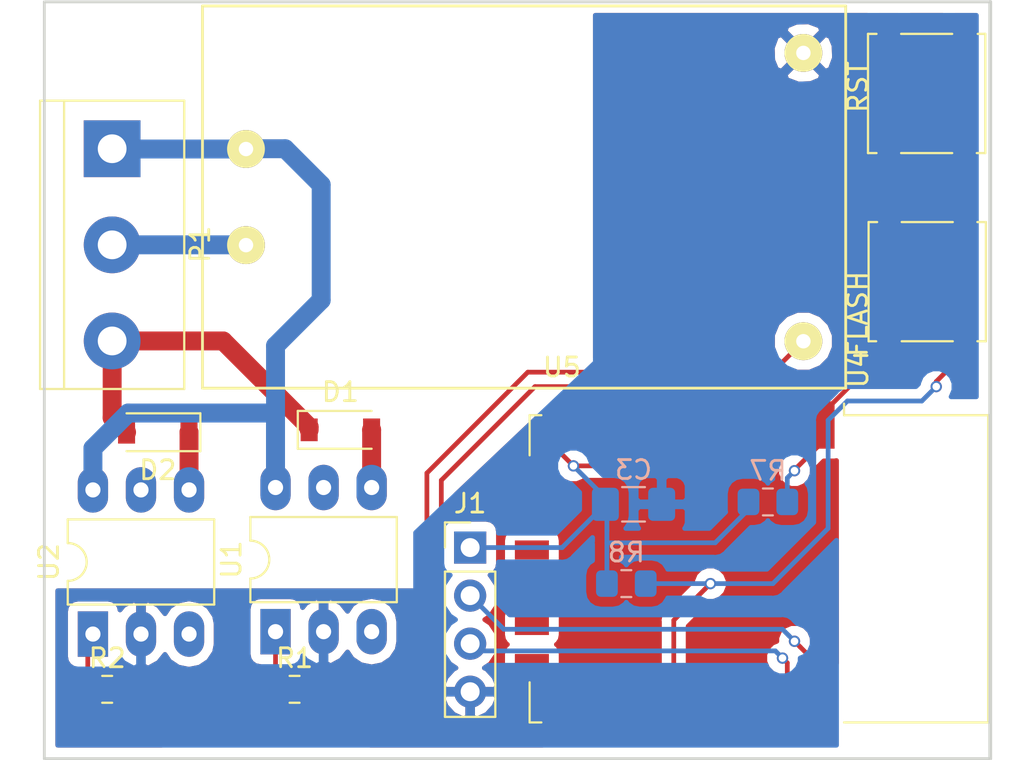
<source format=kicad_pcb>
(kicad_pcb (version 20171130) (host pcbnew 5.0.2-bee76a0~70~ubuntu18.04.1)

  (general
    (thickness 1.6)
    (drawings 4)
    (tracks 111)
    (zones 0)
    (modules 15)
    (nets 16)
  )

  (page A4)
  (layers
    (0 F.Cu signal)
    (31 B.Cu signal)
    (32 B.Adhes user)
    (33 F.Adhes user)
    (34 B.Paste user)
    (35 F.Paste user)
    (36 B.SilkS user)
    (37 F.SilkS user)
    (38 B.Mask user)
    (39 F.Mask user)
    (40 Dwgs.User user)
    (41 Cmts.User user)
    (42 Eco1.User user)
    (43 Eco2.User user)
    (44 Edge.Cuts user)
    (45 Margin user)
    (46 B.CrtYd user)
    (47 F.CrtYd user)
    (48 B.Fab user)
    (49 F.Fab user)
  )

  (setup
    (last_trace_width 0.25)
    (user_trace_width 0.5)
    (user_trace_width 1)
    (user_trace_width 1.5)
    (user_trace_width 2)
    (user_trace_width 3)
    (trace_clearance 0.2)
    (zone_clearance 0.508)
    (zone_45_only no)
    (trace_min 0.2)
    (segment_width 0.2)
    (edge_width 0.15)
    (via_size 0.6)
    (via_drill 0.4)
    (via_min_size 0.4)
    (via_min_drill 0.3)
    (uvia_size 0.3)
    (uvia_drill 0.1)
    (uvias_allowed no)
    (uvia_min_size 0.2)
    (uvia_min_drill 0.1)
    (pcb_text_width 0.3)
    (pcb_text_size 1.5 1.5)
    (mod_edge_width 0.15)
    (mod_text_size 1 1)
    (mod_text_width 0.15)
    (pad_size 1.524 1.524)
    (pad_drill 0.762)
    (pad_to_mask_clearance 0.2)
    (solder_mask_min_width 0.25)
    (aux_axis_origin 0 0)
    (grid_origin 133.35 79.375)
    (visible_elements FFFFFF7F)
    (pcbplotparams
      (layerselection 0x010f0_80000001)
      (usegerberextensions true)
      (usegerberattributes false)
      (usegerberadvancedattributes false)
      (creategerberjobfile false)
      (excludeedgelayer true)
      (linewidth 0.100000)
      (plotframeref false)
      (viasonmask false)
      (mode 1)
      (useauxorigin false)
      (hpglpennumber 1)
      (hpglpenspeed 20)
      (hpglpendiameter 15.000000)
      (psnegative false)
      (psa4output false)
      (plotreference true)
      (plotvalue true)
      (plotinvisibletext false)
      (padsonsilk false)
      (subtractmaskfromsilk false)
      (outputformat 1)
      (mirror false)
      (drillshape 0)
      (scaleselection 1)
      (outputdirectory "OUTPUT_GERBER/"))
  )

  (net 0 "")
  (net 1 /GND)
  (net 2 /3V3)
  (net 3 "Net-(D1-Pad2)")
  (net 4 /FP_OUT)
  (net 5 "Net-(D2-Pad1)")
  (net 6 /PH_IN)
  (net 7 /NEUTRE)
  (net 8 "Net-(R1-Pad1)")
  (net 9 "Net-(R2-Pad1)")
  (net 10 /TXD)
  (net 11 /RXD)
  (net 12 /O1)
  (net 13 /O2)
  (net 14 "Net-(R7-Pad1)")
  (net 15 "Net-(R8-Pad1)")

  (net_class Default "Ceci est la Netclass par défaut"
    (clearance 0.2)
    (trace_width 0.25)
    (via_dia 0.6)
    (via_drill 0.4)
    (uvia_dia 0.3)
    (uvia_drill 0.1)
    (add_net /3V3)
    (add_net /FP_OUT)
    (add_net /GND)
    (add_net /NEUTRE)
    (add_net /O1)
    (add_net /O2)
    (add_net /PH_IN)
    (add_net /RXD)
    (add_net /TXD)
    (add_net "Net-(D1-Pad2)")
    (add_net "Net-(D2-Pad1)")
    (add_net "Net-(R1-Pad1)")
    (add_net "Net-(R2-Pad1)")
    (add_net "Net-(R7-Pad1)")
    (add_net "Net-(R8-Pad1)")
  )

  (module Button_Switch_SMD:SW_SPST_EVPBF (layer F.Cu) (tedit 5C7E2A78) (tstamp 5C719012)
    (at 158.02 87.163 270)
    (descr "Light Touch Switch")
    (path /5C5A0808)
    (attr smd)
    (fp_text reference FLASH (at 1.712 3.67 90) (layer F.SilkS)
      (effects (font (size 1 1) (thickness 0.15)))
    )
    (fp_text value FLASH (at -0.041 -4.286 270) (layer F.Fab)
      (effects (font (size 1 1) (thickness 0.15)))
    )
    (fp_circle (center 0 0) (end 1.7 0) (layer F.Fab) (width 0.1))
    (fp_line (start -4.5 3.25) (end -4.5 -3.25) (layer F.CrtYd) (width 0.05))
    (fp_line (start 4.5 3.25) (end -4.5 3.25) (layer F.CrtYd) (width 0.05))
    (fp_line (start 4.5 -3.25) (end 4.5 3.25) (layer F.CrtYd) (width 0.05))
    (fp_line (start -4.5 -3.25) (end 4.5 -3.25) (layer F.CrtYd) (width 0.05))
    (fp_text user %R (at 0.086 0.032 270) (layer F.Fab)
      (effects (font (size 1 1) (thickness 0.15)))
    )
    (fp_line (start -3 3) (end -3 -3) (layer F.Fab) (width 0.1))
    (fp_line (start 3 3) (end -3 3) (layer F.Fab) (width 0.1))
    (fp_line (start 3 -3) (end 3 3) (layer F.Fab) (width 0.1))
    (fp_line (start -3 -3) (end 3 -3) (layer F.Fab) (width 0.1))
    (fp_line (start -3.15 -2.65) (end -3.15 -3.1) (layer F.SilkS) (width 0.12))
    (fp_line (start 3.15 -3.1) (end 3.15 -2.65) (layer F.SilkS) (width 0.12))
    (fp_line (start -3.15 -3.1) (end 3.15 -3.1) (layer F.SilkS) (width 0.12))
    (fp_line (start 3.15 -1.35) (end 3.15 1.35) (layer F.SilkS) (width 0.12))
    (fp_line (start -3.15 1.35) (end -3.15 -1.35) (layer F.SilkS) (width 0.12))
    (fp_line (start 3.15 3.1) (end 3.15 2.7) (layer F.SilkS) (width 0.12))
    (fp_line (start -3.15 3.1) (end 3.15 3.1) (layer F.SilkS) (width 0.12))
    (fp_line (start -3.15 2.65) (end -3.15 3.1) (layer F.SilkS) (width 0.12))
    (pad 2 smd rect (at 2.88 2 270) (size 2.75 1) (layers F.Cu F.Paste F.Mask)
      (net 1 /GND))
    (pad 2 smd rect (at -2.88 2 270) (size 2.75 1) (layers F.Cu F.Paste F.Mask)
      (net 1 /GND))
    (pad 1 smd rect (at -2.88 -2 270) (size 2.75 1) (layers F.Cu F.Paste F.Mask)
      (net 15 "Net-(R8-Pad1)"))
    (pad 1 smd rect (at 2.88 -2 270) (size 2.75 1) (layers F.Cu F.Paste F.Mask)
      (net 15 "Net-(R8-Pad1)"))
    (model ${KISYS3DMOD}/Button_Switch_SMD.3dshapes/SW_SPST_EVPBF.wrl
      (at (xyz 0 0 0))
      (scale (xyz 1 1 1))
      (rotate (xyz 0 0 0))
    )
  )

  (module RF_Module:ESP-12E (layer F.Cu) (tedit 5A030172) (tstamp 5C719081)
    (at 149.122 102.342 270)
    (descr "Wi-Fi Module, http://wiki.ai-thinker.com/_media/esp8266/docs/aithinker_esp_12f_datasheet_en.pdf")
    (tags "Wi-Fi Module")
    (path /5C59836E)
    (attr smd)
    (fp_text reference U4 (at -10.56 -5.26 270) (layer F.SilkS)
      (effects (font (size 1 1) (thickness 0.15)))
    )
    (fp_text value ESP-12E (at -0.06 -12.78 270) (layer F.Fab)
      (effects (font (size 1 1) (thickness 0.15)))
    )
    (fp_text user Antenna (at -0.06 -7 90) (layer Cmts.User)
      (effects (font (size 1 1) (thickness 0.15)))
    )
    (fp_text user "KEEP-OUT ZONE" (at 0.03 -9.55 90) (layer Cmts.User)
      (effects (font (size 1 1) (thickness 0.15)))
    )
    (fp_text user %R (at 0.49 -0.8 270) (layer F.Fab)
      (effects (font (size 1 1) (thickness 0.15)))
    )
    (fp_line (start -8 -12) (end 8 -12) (layer F.Fab) (width 0.12))
    (fp_line (start 8 -12) (end 8 12) (layer F.Fab) (width 0.12))
    (fp_line (start 8 12) (end -8 12) (layer F.Fab) (width 0.12))
    (fp_line (start -8 12) (end -8 -3) (layer F.Fab) (width 0.12))
    (fp_line (start -8 -3) (end -7.5 -3.5) (layer F.Fab) (width 0.12))
    (fp_line (start -7.5 -3.5) (end -8 -4) (layer F.Fab) (width 0.12))
    (fp_line (start -8 -4) (end -8 -12) (layer F.Fab) (width 0.12))
    (fp_line (start -9.05 -12.2) (end 9.05 -12.2) (layer F.CrtYd) (width 0.05))
    (fp_line (start 9.05 -12.2) (end 9.05 13.1) (layer F.CrtYd) (width 0.05))
    (fp_line (start 9.05 13.1) (end -9.05 13.1) (layer F.CrtYd) (width 0.05))
    (fp_line (start -9.05 13.1) (end -9.05 -12.2) (layer F.CrtYd) (width 0.05))
    (fp_line (start -8.12 -12.12) (end 8.12 -12.12) (layer F.SilkS) (width 0.12))
    (fp_line (start 8.12 -12.12) (end 8.12 -4.5) (layer F.SilkS) (width 0.12))
    (fp_line (start 8.12 11.5) (end 8.12 12.12) (layer F.SilkS) (width 0.12))
    (fp_line (start 8.12 12.12) (end 6 12.12) (layer F.SilkS) (width 0.12))
    (fp_line (start -6 12.12) (end -8.12 12.12) (layer F.SilkS) (width 0.12))
    (fp_line (start -8.12 12.12) (end -8.12 11.5) (layer F.SilkS) (width 0.12))
    (fp_line (start -8.12 -4.5) (end -8.12 -12.12) (layer F.SilkS) (width 0.12))
    (fp_line (start -8.12 -4.5) (end -8.73 -4.5) (layer F.SilkS) (width 0.12))
    (fp_line (start -8.12 -12.12) (end 8.12 -12.12) (layer Dwgs.User) (width 0.12))
    (fp_line (start 8.12 -12.12) (end 8.12 -4.8) (layer Dwgs.User) (width 0.12))
    (fp_line (start 8.12 -4.8) (end -8.12 -4.8) (layer Dwgs.User) (width 0.12))
    (fp_line (start -8.12 -4.8) (end -8.12 -12.12) (layer Dwgs.User) (width 0.12))
    (fp_line (start -8.12 -9.12) (end -5.12 -12.12) (layer Dwgs.User) (width 0.12))
    (fp_line (start -8.12 -6.12) (end -2.12 -12.12) (layer Dwgs.User) (width 0.12))
    (fp_line (start -6.44 -4.8) (end 0.88 -12.12) (layer Dwgs.User) (width 0.12))
    (fp_line (start -3.44 -4.8) (end 3.88 -12.12) (layer Dwgs.User) (width 0.12))
    (fp_line (start -0.44 -4.8) (end 6.88 -12.12) (layer Dwgs.User) (width 0.12))
    (fp_line (start 2.56 -4.8) (end 8.12 -10.36) (layer Dwgs.User) (width 0.12))
    (fp_line (start 5.56 -4.8) (end 8.12 -7.36) (layer Dwgs.User) (width 0.12))
    (pad 1 smd rect (at -7.6 -3.5 270) (size 2.5 1) (layers F.Cu F.Paste F.Mask)
      (net 14 "Net-(R7-Pad1)"))
    (pad 2 smd rect (at -7.6 -1.5 270) (size 2.5 1) (layers F.Cu F.Paste F.Mask))
    (pad 3 smd rect (at -7.6 0.5 270) (size 2.5 1) (layers F.Cu F.Paste F.Mask)
      (net 2 /3V3))
    (pad 4 smd rect (at -7.6 2.5 270) (size 2.5 1) (layers F.Cu F.Paste F.Mask))
    (pad 5 smd rect (at -7.6 4.5 270) (size 2.5 1) (layers F.Cu F.Paste F.Mask))
    (pad 6 smd rect (at -7.6 6.5 270) (size 2.5 1) (layers F.Cu F.Paste F.Mask)
      (net 12 /O1))
    (pad 7 smd rect (at -7.6 8.5 270) (size 2.5 1) (layers F.Cu F.Paste F.Mask)
      (net 13 /O2))
    (pad 8 smd rect (at -7.6 10.5 270) (size 2.5 1) (layers F.Cu F.Paste F.Mask)
      (net 2 /3V3))
    (pad 9 smd rect (at -5 12 270) (size 1 1.8) (layers F.Cu F.Paste F.Mask))
    (pad 10 smd rect (at -3 12 270) (size 1 1.8) (layers F.Cu F.Paste F.Mask))
    (pad 11 smd rect (at -1 12 270) (size 1 1.8) (layers F.Cu F.Paste F.Mask))
    (pad 12 smd rect (at 1 12 270) (size 1 1.8) (layers F.Cu F.Paste F.Mask))
    (pad 13 smd rect (at 3 12 270) (size 1 1.8) (layers F.Cu F.Paste F.Mask))
    (pad 14 smd rect (at 5 12 270) (size 1 1.8) (layers F.Cu F.Paste F.Mask))
    (pad 15 smd rect (at 7.6 10.5 270) (size 2.5 1) (layers F.Cu F.Paste F.Mask)
      (net 1 /GND))
    (pad 16 smd rect (at 7.6 8.5 270) (size 2.5 1) (layers F.Cu F.Paste F.Mask)
      (net 1 /GND))
    (pad 17 smd rect (at 7.6 6.5 270) (size 2.5 1) (layers F.Cu F.Paste F.Mask))
    (pad 18 smd rect (at 7.6 4.5 270) (size 2.5 1) (layers F.Cu F.Paste F.Mask)
      (net 15 "Net-(R8-Pad1)"))
    (pad 19 smd rect (at 7.6 2.5 270) (size 2.5 1) (layers F.Cu F.Paste F.Mask))
    (pad 20 smd rect (at 7.6 0.5 270) (size 2.5 1) (layers F.Cu F.Paste F.Mask))
    (pad 21 smd rect (at 7.6 -1.5 270) (size 2.5 1) (layers F.Cu F.Paste F.Mask)
      (net 11 /RXD))
    (pad 22 smd rect (at 7.6 -3.5 270) (size 2.5 1) (layers F.Cu F.Paste F.Mask)
      (net 10 /TXD))
    (model ${KISYS3DMOD}/RF_Module.3dshapes/ESP-12E.wrl
      (at (xyz 0 0 0))
      (scale (xyz 1 1 1))
      (rotate (xyz 0 0 0))
    )
  )

  (module MyLibrary.pretty:HLK-PM01 (layer F.Cu) (tedit 57E3C36D) (tstamp 5C71908D)
    (at 122.009001 82.692001)
    (path /57E3D6E0)
    (fp_text reference U5 (at 16.7 9) (layer F.SilkS)
      (effects (font (size 1 1) (thickness 0.15)))
    )
    (fp_text value HLK-PM03 (at 16.9 -9) (layer F.Fab)
      (effects (font (size 1 1) (thickness 0.15)))
    )
    (fp_line (start -2.3 10.1) (end 31.7 10.1) (layer F.SilkS) (width 0.15))
    (fp_line (start 31.7 -10.1) (end -2.3 -10.1) (layer F.SilkS) (width 0.15))
    (fp_line (start 31.7 -10.1) (end 31.7 10.1) (layer F.SilkS) (width 0.15))
    (fp_line (start -2.3 10.1) (end -2.3 -10.1) (layer F.SilkS) (width 0.15))
    (pad 1 thru_hole circle (at 0 -2.54) (size 2 2) (drill 0.762) (layers *.Cu *.Mask F.SilkS)
      (net 6 /PH_IN))
    (pad 2 thru_hole circle (at 0 2.54) (size 2 2) (drill 0.762) (layers *.Cu *.Mask F.SilkS)
      (net 7 /NEUTRE))
    (pad 3 thru_hole circle (at 29.464 -7.62) (size 2 2) (drill 0.762) (layers *.Cu *.Mask F.SilkS)
      (net 1 /GND))
    (pad 4 thru_hole circle (at 29.464 7.62) (size 2 2) (drill 0.762) (layers *.Cu *.Mask F.SilkS)
      (net 2 /3V3))
  )

  (module Capacitor_SMD:C_1206_3216Metric_Pad1.42x1.75mm_HandSolder (layer B.Cu) (tedit 5B301BBE) (tstamp 5C8AAC94)
    (at 142.494 98.933 180)
    (descr "Capacitor SMD 1206 (3216 Metric), square (rectangular) end terminal, IPC_7351 nominal with elongated pad for handsoldering. (Body size source: http://www.tortai-tech.com/upload/download/2011102023233369053.pdf), generated with kicad-footprint-generator")
    (tags "capacitor handsolder")
    (path /57E3DA4C)
    (attr smd)
    (fp_text reference C3 (at 0 1.82 180) (layer B.SilkS)
      (effects (font (size 1 1) (thickness 0.15)) (justify mirror))
    )
    (fp_text value 100nF (at 0 -1.82 180) (layer B.Fab)
      (effects (font (size 1 1) (thickness 0.15)) (justify mirror))
    )
    (fp_line (start -1.6 -0.8) (end -1.6 0.8) (layer B.Fab) (width 0.1))
    (fp_line (start -1.6 0.8) (end 1.6 0.8) (layer B.Fab) (width 0.1))
    (fp_line (start 1.6 0.8) (end 1.6 -0.8) (layer B.Fab) (width 0.1))
    (fp_line (start 1.6 -0.8) (end -1.6 -0.8) (layer B.Fab) (width 0.1))
    (fp_line (start -0.602064 0.91) (end 0.602064 0.91) (layer B.SilkS) (width 0.12))
    (fp_line (start -0.602064 -0.91) (end 0.602064 -0.91) (layer B.SilkS) (width 0.12))
    (fp_line (start -2.45 -1.12) (end -2.45 1.12) (layer B.CrtYd) (width 0.05))
    (fp_line (start -2.45 1.12) (end 2.45 1.12) (layer B.CrtYd) (width 0.05))
    (fp_line (start 2.45 1.12) (end 2.45 -1.12) (layer B.CrtYd) (width 0.05))
    (fp_line (start 2.45 -1.12) (end -2.45 -1.12) (layer B.CrtYd) (width 0.05))
    (fp_text user %R (at 0 0 180) (layer B.Fab)
      (effects (font (size 0.8 0.8) (thickness 0.12)) (justify mirror))
    )
    (pad 1 smd roundrect (at -1.4875 0 180) (size 1.425 1.75) (layers B.Cu B.Paste B.Mask) (roundrect_rratio 0.175439)
      (net 1 /GND))
    (pad 2 smd roundrect (at 1.4875 0 180) (size 1.425 1.75) (layers B.Cu B.Paste B.Mask) (roundrect_rratio 0.175439)
      (net 2 /3V3))
    (model ${KISYS3DMOD}/Capacitor_SMD.3dshapes/C_1206_3216Metric.wrl
      (at (xyz 0 0 0))
      (scale (xyz 1 1 1))
      (rotate (xyz 0 0 0))
    )
  )

  (module Connector_PinHeader_2.54mm:PinHeader_1x04_P2.54mm_Vertical (layer F.Cu) (tedit 59FED5CC) (tstamp 5C718F16)
    (at 133.858 101.219)
    (descr "Through hole straight pin header, 1x04, 2.54mm pitch, single row")
    (tags "Through hole pin header THT 1x04 2.54mm single row")
    (path /5C59860E)
    (fp_text reference J1 (at 0 -2.33) (layer F.SilkS)
      (effects (font (size 1 1) (thickness 0.15)))
    )
    (fp_text value Conn_01x04_Male (at 0 9.95) (layer F.Fab)
      (effects (font (size 1 1) (thickness 0.15)))
    )
    (fp_line (start -0.635 -1.27) (end 1.27 -1.27) (layer F.Fab) (width 0.1))
    (fp_line (start 1.27 -1.27) (end 1.27 8.89) (layer F.Fab) (width 0.1))
    (fp_line (start 1.27 8.89) (end -1.27 8.89) (layer F.Fab) (width 0.1))
    (fp_line (start -1.27 8.89) (end -1.27 -0.635) (layer F.Fab) (width 0.1))
    (fp_line (start -1.27 -0.635) (end -0.635 -1.27) (layer F.Fab) (width 0.1))
    (fp_line (start -1.33 8.95) (end 1.33 8.95) (layer F.SilkS) (width 0.12))
    (fp_line (start -1.33 1.27) (end -1.33 8.95) (layer F.SilkS) (width 0.12))
    (fp_line (start 1.33 1.27) (end 1.33 8.95) (layer F.SilkS) (width 0.12))
    (fp_line (start -1.33 1.27) (end 1.33 1.27) (layer F.SilkS) (width 0.12))
    (fp_line (start -1.33 0) (end -1.33 -1.33) (layer F.SilkS) (width 0.12))
    (fp_line (start -1.33 -1.33) (end 0 -1.33) (layer F.SilkS) (width 0.12))
    (fp_line (start -1.8 -1.8) (end -1.8 9.4) (layer F.CrtYd) (width 0.05))
    (fp_line (start -1.8 9.4) (end 1.8 9.4) (layer F.CrtYd) (width 0.05))
    (fp_line (start 1.8 9.4) (end 1.8 -1.8) (layer F.CrtYd) (width 0.05))
    (fp_line (start 1.8 -1.8) (end -1.8 -1.8) (layer F.CrtYd) (width 0.05))
    (fp_text user %R (at 0 3.81 -270) (layer F.Fab)
      (effects (font (size 1 1) (thickness 0.15)))
    )
    (pad 1 thru_hole rect (at 0 0) (size 1.7 1.7) (drill 1) (layers *.Cu *.Mask)
      (net 2 /3V3))
    (pad 2 thru_hole oval (at 0 2.54) (size 1.7 1.7) (drill 1) (layers *.Cu *.Mask)
      (net 10 /TXD))
    (pad 3 thru_hole oval (at 0 5.08) (size 1.7 1.7) (drill 1) (layers *.Cu *.Mask)
      (net 11 /RXD))
    (pad 4 thru_hole oval (at 0 7.62) (size 1.7 1.7) (drill 1) (layers *.Cu *.Mask)
      (net 1 /GND))
    (model ${KISYS3DMOD}/Connector_PinHeader_2.54mm.3dshapes/PinHeader_1x04_P2.54mm_Vertical.wrl
      (at (xyz 0 0 0))
      (scale (xyz 1 1 1))
      (rotate (xyz 0 0 0))
    )
  )

  (module TerminalBlock:TerminalBlock_bornier-3_P5.08mm (layer F.Cu) (tedit 59FF03B9) (tstamp 5C718F2C)
    (at 114.935 80.137 270)
    (descr "simple 3-pin terminal block, pitch 5.08mm, revamped version of bornier3")
    (tags "terminal block bornier3")
    (path /57E3CBBF)
    (fp_text reference P1 (at 5.05 -4.65 270) (layer F.SilkS)
      (effects (font (size 1 1) (thickness 0.15)))
    )
    (fp_text value CONN_01X03 (at 5.08 5.08 270) (layer F.Fab)
      (effects (font (size 1 1) (thickness 0.15)))
    )
    (fp_text user %R (at 5.08 0 270) (layer F.Fab)
      (effects (font (size 1 1) (thickness 0.15)))
    )
    (fp_line (start -2.47 2.55) (end 12.63 2.55) (layer F.Fab) (width 0.1))
    (fp_line (start -2.47 -3.75) (end 12.63 -3.75) (layer F.Fab) (width 0.1))
    (fp_line (start 12.63 -3.75) (end 12.63 3.75) (layer F.Fab) (width 0.1))
    (fp_line (start 12.63 3.75) (end -2.47 3.75) (layer F.Fab) (width 0.1))
    (fp_line (start -2.47 3.75) (end -2.47 -3.75) (layer F.Fab) (width 0.1))
    (fp_line (start -2.54 3.81) (end -2.54 -3.81) (layer F.SilkS) (width 0.12))
    (fp_line (start 12.7 3.81) (end 12.7 -3.81) (layer F.SilkS) (width 0.12))
    (fp_line (start -2.54 2.54) (end 12.7 2.54) (layer F.SilkS) (width 0.12))
    (fp_line (start -2.54 -3.81) (end 12.7 -3.81) (layer F.SilkS) (width 0.12))
    (fp_line (start -2.54 3.81) (end 12.7 3.81) (layer F.SilkS) (width 0.12))
    (fp_line (start -2.72 -4) (end 12.88 -4) (layer F.CrtYd) (width 0.05))
    (fp_line (start -2.72 -4) (end -2.72 4) (layer F.CrtYd) (width 0.05))
    (fp_line (start 12.88 4) (end 12.88 -4) (layer F.CrtYd) (width 0.05))
    (fp_line (start 12.88 4) (end -2.72 4) (layer F.CrtYd) (width 0.05))
    (pad 1 thru_hole rect (at 0 0 270) (size 3 3) (drill 1.52) (layers *.Cu *.Mask)
      (net 6 /PH_IN))
    (pad 2 thru_hole circle (at 5.08 0 270) (size 3 3) (drill 1.52) (layers *.Cu *.Mask)
      (net 7 /NEUTRE))
    (pad 3 thru_hole circle (at 10.16 0 270) (size 3 3) (drill 1.52) (layers *.Cu *.Mask)
      (net 4 /FP_OUT))
    (model ${KISYS3DMOD}/TerminalBlock.3dshapes/TerminalBlock_bornier-3_P5.08mm.wrl
      (offset (xyz 5.079999923706055 0 0))
      (scale (xyz 1 1 1))
      (rotate (xyz 0 0 0))
    )
  )

  (module Resistor_SMD:R_0805_2012Metric_Pad1.15x1.40mm_HandSolder (layer F.Cu) (tedit 5B36C52B) (tstamp 5C8AB480)
    (at 124.578 108.712)
    (descr "Resistor SMD 0805 (2012 Metric), square (rectangular) end terminal, IPC_7351 nominal with elongated pad for handsoldering. (Body size source: https://docs.google.com/spreadsheets/d/1BsfQQcO9C6DZCsRaXUlFlo91Tg2WpOkGARC1WS5S8t0/edit?usp=sharing), generated with kicad-footprint-generator")
    (tags "resistor handsolder")
    (path /57E3C9BF)
    (attr smd)
    (fp_text reference R1 (at 0 -1.65) (layer F.SilkS)
      (effects (font (size 1 1) (thickness 0.15)))
    )
    (fp_text value 270 (at 0 1.65) (layer F.Fab)
      (effects (font (size 1 1) (thickness 0.15)))
    )
    (fp_text user %R (at 0 0) (layer F.Fab)
      (effects (font (size 0.5 0.5) (thickness 0.08)))
    )
    (fp_line (start 1.85 0.95) (end -1.85 0.95) (layer F.CrtYd) (width 0.05))
    (fp_line (start 1.85 -0.95) (end 1.85 0.95) (layer F.CrtYd) (width 0.05))
    (fp_line (start -1.85 -0.95) (end 1.85 -0.95) (layer F.CrtYd) (width 0.05))
    (fp_line (start -1.85 0.95) (end -1.85 -0.95) (layer F.CrtYd) (width 0.05))
    (fp_line (start -0.261252 0.71) (end 0.261252 0.71) (layer F.SilkS) (width 0.12))
    (fp_line (start -0.261252 -0.71) (end 0.261252 -0.71) (layer F.SilkS) (width 0.12))
    (fp_line (start 1 0.6) (end -1 0.6) (layer F.Fab) (width 0.1))
    (fp_line (start 1 -0.6) (end 1 0.6) (layer F.Fab) (width 0.1))
    (fp_line (start -1 -0.6) (end 1 -0.6) (layer F.Fab) (width 0.1))
    (fp_line (start -1 0.6) (end -1 -0.6) (layer F.Fab) (width 0.1))
    (pad 2 smd roundrect (at 1.025 0) (size 1.15 1.4) (layers F.Cu F.Paste F.Mask) (roundrect_rratio 0.217391)
      (net 12 /O1))
    (pad 1 smd roundrect (at -1.025 0) (size 1.15 1.4) (layers F.Cu F.Paste F.Mask) (roundrect_rratio 0.217391)
      (net 8 "Net-(R1-Pad1)"))
    (model ${KISYS3DMOD}/Resistor_SMD.3dshapes/R_0805_2012Metric.wrl
      (at (xyz 0 0 0))
      (scale (xyz 1 1 1))
      (rotate (xyz 0 0 0))
    )
  )

  (module Resistor_SMD:R_0805_2012Metric_Pad1.15x1.40mm_HandSolder (layer F.Cu) (tedit 5B36C52B) (tstamp 5C8AB4C1)
    (at 114.672 108.712)
    (descr "Resistor SMD 0805 (2012 Metric), square (rectangular) end terminal, IPC_7351 nominal with elongated pad for handsoldering. (Body size source: https://docs.google.com/spreadsheets/d/1BsfQQcO9C6DZCsRaXUlFlo91Tg2WpOkGARC1WS5S8t0/edit?usp=sharing), generated with kicad-footprint-generator")
    (tags "resistor handsolder")
    (path /57E3CA3C)
    (attr smd)
    (fp_text reference R2 (at 0 -1.65) (layer F.SilkS)
      (effects (font (size 1 1) (thickness 0.15)))
    )
    (fp_text value 270 (at 0 1.65) (layer F.Fab)
      (effects (font (size 1 1) (thickness 0.15)))
    )
    (fp_line (start -1 0.6) (end -1 -0.6) (layer F.Fab) (width 0.1))
    (fp_line (start -1 -0.6) (end 1 -0.6) (layer F.Fab) (width 0.1))
    (fp_line (start 1 -0.6) (end 1 0.6) (layer F.Fab) (width 0.1))
    (fp_line (start 1 0.6) (end -1 0.6) (layer F.Fab) (width 0.1))
    (fp_line (start -0.261252 -0.71) (end 0.261252 -0.71) (layer F.SilkS) (width 0.12))
    (fp_line (start -0.261252 0.71) (end 0.261252 0.71) (layer F.SilkS) (width 0.12))
    (fp_line (start -1.85 0.95) (end -1.85 -0.95) (layer F.CrtYd) (width 0.05))
    (fp_line (start -1.85 -0.95) (end 1.85 -0.95) (layer F.CrtYd) (width 0.05))
    (fp_line (start 1.85 -0.95) (end 1.85 0.95) (layer F.CrtYd) (width 0.05))
    (fp_line (start 1.85 0.95) (end -1.85 0.95) (layer F.CrtYd) (width 0.05))
    (fp_text user %R (at 0 0) (layer F.Fab)
      (effects (font (size 0.5 0.5) (thickness 0.08)))
    )
    (pad 1 smd roundrect (at -1.025 0) (size 1.15 1.4) (layers F.Cu F.Paste F.Mask) (roundrect_rratio 0.217391)
      (net 9 "Net-(R2-Pad1)"))
    (pad 2 smd roundrect (at 1.025 0) (size 1.15 1.4) (layers F.Cu F.Paste F.Mask) (roundrect_rratio 0.217391)
      (net 13 /O2))
    (model ${KISYS3DMOD}/Resistor_SMD.3dshapes/R_0805_2012Metric.wrl
      (at (xyz 0 0 0))
      (scale (xyz 1 1 1))
      (rotate (xyz 0 0 0))
    )
  )

  (module Resistor_SMD:R_0805_2012Metric_Pad1.15x1.40mm_HandSolder (layer B.Cu) (tedit 5B36C52B) (tstamp 5C718FCD)
    (at 149.597 98.806 180)
    (descr "Resistor SMD 0805 (2012 Metric), square (rectangular) end terminal, IPC_7351 nominal with elongated pad for handsoldering. (Body size source: https://docs.google.com/spreadsheets/d/1BsfQQcO9C6DZCsRaXUlFlo91Tg2WpOkGARC1WS5S8t0/edit?usp=sharing), generated with kicad-footprint-generator")
    (tags "resistor handsolder")
    (path /5C5A08D6)
    (attr smd)
    (fp_text reference R7 (at 0 1.65 180) (layer B.SilkS)
      (effects (font (size 1 1) (thickness 0.15)) (justify mirror))
    )
    (fp_text value 10K (at 0 -1.65 180) (layer B.Fab)
      (effects (font (size 1 1) (thickness 0.15)) (justify mirror))
    )
    (fp_text user %R (at 0 0 180) (layer B.Fab)
      (effects (font (size 0.5 0.5) (thickness 0.08)) (justify mirror))
    )
    (fp_line (start 1.85 -0.95) (end -1.85 -0.95) (layer B.CrtYd) (width 0.05))
    (fp_line (start 1.85 0.95) (end 1.85 -0.95) (layer B.CrtYd) (width 0.05))
    (fp_line (start -1.85 0.95) (end 1.85 0.95) (layer B.CrtYd) (width 0.05))
    (fp_line (start -1.85 -0.95) (end -1.85 0.95) (layer B.CrtYd) (width 0.05))
    (fp_line (start -0.261252 -0.71) (end 0.261252 -0.71) (layer B.SilkS) (width 0.12))
    (fp_line (start -0.261252 0.71) (end 0.261252 0.71) (layer B.SilkS) (width 0.12))
    (fp_line (start 1 -0.6) (end -1 -0.6) (layer B.Fab) (width 0.1))
    (fp_line (start 1 0.6) (end 1 -0.6) (layer B.Fab) (width 0.1))
    (fp_line (start -1 0.6) (end 1 0.6) (layer B.Fab) (width 0.1))
    (fp_line (start -1 -0.6) (end -1 0.6) (layer B.Fab) (width 0.1))
    (pad 2 smd roundrect (at 1.025 0 180) (size 1.15 1.4) (layers B.Cu B.Paste B.Mask) (roundrect_rratio 0.217391)
      (net 2 /3V3))
    (pad 1 smd roundrect (at -1.025 0 180) (size 1.15 1.4) (layers B.Cu B.Paste B.Mask) (roundrect_rratio 0.217391)
      (net 14 "Net-(R7-Pad1)"))
    (model ${KISYS3DMOD}/Resistor_SMD.3dshapes/R_0805_2012Metric.wrl
      (at (xyz 0 0 0))
      (scale (xyz 1 1 1))
      (rotate (xyz 0 0 0))
    )
  )

  (module Resistor_SMD:R_0805_2012Metric_Pad1.15x1.40mm_HandSolder (layer B.Cu) (tedit 5B36C52B) (tstamp 5C8AB101)
    (at 142.113 103.124 180)
    (descr "Resistor SMD 0805 (2012 Metric), square (rectangular) end terminal, IPC_7351 nominal with elongated pad for handsoldering. (Body size source: https://docs.google.com/spreadsheets/d/1BsfQQcO9C6DZCsRaXUlFlo91Tg2WpOkGARC1WS5S8t0/edit?usp=sharing), generated with kicad-footprint-generator")
    (tags "resistor handsolder")
    (path /5C5A09A0)
    (attr smd)
    (fp_text reference R8 (at 0 1.65 180) (layer B.SilkS)
      (effects (font (size 1 1) (thickness 0.15)) (justify mirror))
    )
    (fp_text value 10K (at 0 -1.65 180) (layer B.Fab)
      (effects (font (size 1 1) (thickness 0.15)) (justify mirror))
    )
    (fp_line (start -1 -0.6) (end -1 0.6) (layer B.Fab) (width 0.1))
    (fp_line (start -1 0.6) (end 1 0.6) (layer B.Fab) (width 0.1))
    (fp_line (start 1 0.6) (end 1 -0.6) (layer B.Fab) (width 0.1))
    (fp_line (start 1 -0.6) (end -1 -0.6) (layer B.Fab) (width 0.1))
    (fp_line (start -0.261252 0.71) (end 0.261252 0.71) (layer B.SilkS) (width 0.12))
    (fp_line (start -0.261252 -0.71) (end 0.261252 -0.71) (layer B.SilkS) (width 0.12))
    (fp_line (start -1.85 -0.95) (end -1.85 0.95) (layer B.CrtYd) (width 0.05))
    (fp_line (start -1.85 0.95) (end 1.85 0.95) (layer B.CrtYd) (width 0.05))
    (fp_line (start 1.85 0.95) (end 1.85 -0.95) (layer B.CrtYd) (width 0.05))
    (fp_line (start 1.85 -0.95) (end -1.85 -0.95) (layer B.CrtYd) (width 0.05))
    (fp_text user %R (at 0 0 180) (layer B.Fab)
      (effects (font (size 0.5 0.5) (thickness 0.08)) (justify mirror))
    )
    (pad 1 smd roundrect (at -1.025 0 180) (size 1.15 1.4) (layers B.Cu B.Paste B.Mask) (roundrect_rratio 0.217391)
      (net 15 "Net-(R8-Pad1)"))
    (pad 2 smd roundrect (at 1.025 0 180) (size 1.15 1.4) (layers B.Cu B.Paste B.Mask) (roundrect_rratio 0.217391)
      (net 2 /3V3))
    (model ${KISYS3DMOD}/Resistor_SMD.3dshapes/R_0805_2012Metric.wrl
      (at (xyz 0 0 0))
      (scale (xyz 1 1 1))
      (rotate (xyz 0 0 0))
    )
  )

  (module Button_Switch_SMD:SW_SPST_EVPBF (layer F.Cu) (tedit 5C7E2A66) (tstamp 5C718FF8)
    (at 157.988 77.216 90)
    (descr "Light Touch Switch")
    (path /5C5A060A)
    (attr smd)
    (fp_text reference RST (at 0.341 -3.638 90) (layer F.SilkS)
      (effects (font (size 1 1) (thickness 0.15)))
    )
    (fp_text value RESET (at 0 4.25 90) (layer F.Fab)
      (effects (font (size 1 1) (thickness 0.15)))
    )
    (fp_line (start -3.15 2.65) (end -3.15 3.1) (layer F.SilkS) (width 0.12))
    (fp_line (start -3.15 3.1) (end 3.15 3.1) (layer F.SilkS) (width 0.12))
    (fp_line (start 3.15 3.1) (end 3.15 2.7) (layer F.SilkS) (width 0.12))
    (fp_line (start -3.15 1.35) (end -3.15 -1.35) (layer F.SilkS) (width 0.12))
    (fp_line (start 3.15 -1.35) (end 3.15 1.35) (layer F.SilkS) (width 0.12))
    (fp_line (start -3.15 -3.1) (end 3.15 -3.1) (layer F.SilkS) (width 0.12))
    (fp_line (start 3.15 -3.1) (end 3.15 -2.65) (layer F.SilkS) (width 0.12))
    (fp_line (start -3.15 -2.65) (end -3.15 -3.1) (layer F.SilkS) (width 0.12))
    (fp_line (start -3 -3) (end 3 -3) (layer F.Fab) (width 0.1))
    (fp_line (start 3 -3) (end 3 3) (layer F.Fab) (width 0.1))
    (fp_line (start 3 3) (end -3 3) (layer F.Fab) (width 0.1))
    (fp_line (start -3 3) (end -3 -3) (layer F.Fab) (width 0.1))
    (fp_text user %R (at 0 -3.9 90) (layer F.Fab)
      (effects (font (size 1 1) (thickness 0.15)))
    )
    (fp_line (start -4.5 -3.25) (end 4.5 -3.25) (layer F.CrtYd) (width 0.05))
    (fp_line (start 4.5 -3.25) (end 4.5 3.25) (layer F.CrtYd) (width 0.05))
    (fp_line (start 4.5 3.25) (end -4.5 3.25) (layer F.CrtYd) (width 0.05))
    (fp_line (start -4.5 3.25) (end -4.5 -3.25) (layer F.CrtYd) (width 0.05))
    (fp_circle (center 0 0) (end 1.7 0) (layer F.Fab) (width 0.1))
    (pad 1 smd rect (at 2.88 -2 90) (size 2.75 1) (layers F.Cu F.Paste F.Mask)
      (net 1 /GND))
    (pad 1 smd rect (at -2.88 -2 90) (size 2.75 1) (layers F.Cu F.Paste F.Mask)
      (net 1 /GND))
    (pad 2 smd rect (at -2.88 2 90) (size 2.75 1) (layers F.Cu F.Paste F.Mask)
      (net 14 "Net-(R7-Pad1)"))
    (pad 2 smd rect (at 2.88 2 90) (size 2.75 1) (layers F.Cu F.Paste F.Mask)
      (net 14 "Net-(R7-Pad1)"))
    (model ${KISYS3DMOD}/Button_Switch_SMD.3dshapes/SW_SPST_EVPBF.wrl
      (at (xyz 0 0 0))
      (scale (xyz 1 1 1))
      (rotate (xyz 0 0 0))
    )
  )

  (module Package_DIP:DIP-6_W7.62mm_LongPads (layer F.Cu) (tedit 5A02E8C5) (tstamp 5C71902C)
    (at 123.571 105.664 90)
    (descr "6-lead though-hole mounted DIP package, row spacing 7.62 mm (300 mils), LongPads")
    (tags "THT DIP DIL PDIP 2.54mm 7.62mm 300mil LongPads")
    (path /57E3C933)
    (fp_text reference U1 (at 3.81 -2.33 90) (layer F.SilkS)
      (effects (font (size 1 1) (thickness 0.15)))
    )
    (fp_text value MOC3041M (at 3.81 7.41 90) (layer F.Fab)
      (effects (font (size 1 1) (thickness 0.15)))
    )
    (fp_text user %R (at 3.81 2.54 90) (layer F.Fab)
      (effects (font (size 1 1) (thickness 0.15)))
    )
    (fp_line (start 9.1 -1.55) (end -1.45 -1.55) (layer F.CrtYd) (width 0.05))
    (fp_line (start 9.1 6.6) (end 9.1 -1.55) (layer F.CrtYd) (width 0.05))
    (fp_line (start -1.45 6.6) (end 9.1 6.6) (layer F.CrtYd) (width 0.05))
    (fp_line (start -1.45 -1.55) (end -1.45 6.6) (layer F.CrtYd) (width 0.05))
    (fp_line (start 6.06 -1.33) (end 4.81 -1.33) (layer F.SilkS) (width 0.12))
    (fp_line (start 6.06 6.41) (end 6.06 -1.33) (layer F.SilkS) (width 0.12))
    (fp_line (start 1.56 6.41) (end 6.06 6.41) (layer F.SilkS) (width 0.12))
    (fp_line (start 1.56 -1.33) (end 1.56 6.41) (layer F.SilkS) (width 0.12))
    (fp_line (start 2.81 -1.33) (end 1.56 -1.33) (layer F.SilkS) (width 0.12))
    (fp_line (start 0.635 -0.27) (end 1.635 -1.27) (layer F.Fab) (width 0.1))
    (fp_line (start 0.635 6.35) (end 0.635 -0.27) (layer F.Fab) (width 0.1))
    (fp_line (start 6.985 6.35) (end 0.635 6.35) (layer F.Fab) (width 0.1))
    (fp_line (start 6.985 -1.27) (end 6.985 6.35) (layer F.Fab) (width 0.1))
    (fp_line (start 1.635 -1.27) (end 6.985 -1.27) (layer F.Fab) (width 0.1))
    (fp_arc (start 3.81 -1.33) (end 2.81 -1.33) (angle -180) (layer F.SilkS) (width 0.12))
    (pad 6 thru_hole oval (at 7.62 0 90) (size 2.4 1.6) (drill 0.8) (layers *.Cu *.Mask)
      (net 6 /PH_IN))
    (pad 3 thru_hole oval (at 0 5.08 90) (size 2.4 1.6) (drill 0.8) (layers *.Cu *.Mask))
    (pad 5 thru_hole oval (at 7.62 2.54 90) (size 2.4 1.6) (drill 0.8) (layers *.Cu *.Mask))
    (pad 2 thru_hole oval (at 0 2.54 90) (size 2.4 1.6) (drill 0.8) (layers *.Cu *.Mask)
      (net 1 /GND))
    (pad 4 thru_hole oval (at 7.62 5.08 90) (size 2.4 1.6) (drill 0.8) (layers *.Cu *.Mask)
      (net 3 "Net-(D1-Pad2)"))
    (pad 1 thru_hole rect (at 0 0 90) (size 2.4 1.6) (drill 0.8) (layers *.Cu *.Mask)
      (net 8 "Net-(R1-Pad1)"))
    (model ${KISYS3DMOD}/Package_DIP.3dshapes/DIP-6_W7.62mm.wrl
      (at (xyz 0 0 0))
      (scale (xyz 1 1 1))
      (rotate (xyz 0 0 0))
    )
  )

  (module Package_DIP:DIP-6_W7.62mm_LongPads (layer F.Cu) (tedit 5A02E8C5) (tstamp 5C719046)
    (at 113.919 105.791 90)
    (descr "6-lead though-hole mounted DIP package, row spacing 7.62 mm (300 mils), LongPads")
    (tags "THT DIP DIL PDIP 2.54mm 7.62mm 300mil LongPads")
    (path /57E3C97C)
    (fp_text reference U2 (at 3.81 -2.33 90) (layer F.SilkS)
      (effects (font (size 1 1) (thickness 0.15)))
    )
    (fp_text value MOC3041M (at 3.81 7.41 90) (layer F.Fab)
      (effects (font (size 1 1) (thickness 0.15)))
    )
    (fp_arc (start 3.81 -1.33) (end 2.81 -1.33) (angle -180) (layer F.SilkS) (width 0.12))
    (fp_line (start 1.635 -1.27) (end 6.985 -1.27) (layer F.Fab) (width 0.1))
    (fp_line (start 6.985 -1.27) (end 6.985 6.35) (layer F.Fab) (width 0.1))
    (fp_line (start 6.985 6.35) (end 0.635 6.35) (layer F.Fab) (width 0.1))
    (fp_line (start 0.635 6.35) (end 0.635 -0.27) (layer F.Fab) (width 0.1))
    (fp_line (start 0.635 -0.27) (end 1.635 -1.27) (layer F.Fab) (width 0.1))
    (fp_line (start 2.81 -1.33) (end 1.56 -1.33) (layer F.SilkS) (width 0.12))
    (fp_line (start 1.56 -1.33) (end 1.56 6.41) (layer F.SilkS) (width 0.12))
    (fp_line (start 1.56 6.41) (end 6.06 6.41) (layer F.SilkS) (width 0.12))
    (fp_line (start 6.06 6.41) (end 6.06 -1.33) (layer F.SilkS) (width 0.12))
    (fp_line (start 6.06 -1.33) (end 4.81 -1.33) (layer F.SilkS) (width 0.12))
    (fp_line (start -1.45 -1.55) (end -1.45 6.6) (layer F.CrtYd) (width 0.05))
    (fp_line (start -1.45 6.6) (end 9.1 6.6) (layer F.CrtYd) (width 0.05))
    (fp_line (start 9.1 6.6) (end 9.1 -1.55) (layer F.CrtYd) (width 0.05))
    (fp_line (start 9.1 -1.55) (end -1.45 -1.55) (layer F.CrtYd) (width 0.05))
    (fp_text user %R (at 3.81 2.54 90) (layer F.Fab)
      (effects (font (size 1 1) (thickness 0.15)))
    )
    (pad 1 thru_hole rect (at 0 0 90) (size 2.4 1.6) (drill 0.8) (layers *.Cu *.Mask)
      (net 9 "Net-(R2-Pad1)"))
    (pad 4 thru_hole oval (at 7.62 5.08 90) (size 2.4 1.6) (drill 0.8) (layers *.Cu *.Mask)
      (net 5 "Net-(D2-Pad1)"))
    (pad 2 thru_hole oval (at 0 2.54 90) (size 2.4 1.6) (drill 0.8) (layers *.Cu *.Mask)
      (net 1 /GND))
    (pad 5 thru_hole oval (at 7.62 2.54 90) (size 2.4 1.6) (drill 0.8) (layers *.Cu *.Mask))
    (pad 3 thru_hole oval (at 0 5.08 90) (size 2.4 1.6) (drill 0.8) (layers *.Cu *.Mask))
    (pad 6 thru_hole oval (at 7.62 0 90) (size 2.4 1.6) (drill 0.8) (layers *.Cu *.Mask)
      (net 6 /PH_IN))
    (model ${KISYS3DMOD}/Package_DIP.3dshapes/DIP-6_W7.62mm.wrl
      (at (xyz 0 0 0))
      (scale (xyz 1 1 1))
      (rotate (xyz 0 0 0))
    )
  )

  (module Diode_SMD:D_SOD-123 (layer F.Cu) (tedit 58645DC7) (tstamp 5C8AA16D)
    (at 126.999 94.996)
    (descr SOD-123)
    (tags SOD-123)
    (path /57E3CA83)
    (attr smd)
    (fp_text reference D1 (at 0 -2) (layer F.SilkS)
      (effects (font (size 1 1) (thickness 0.15)))
    )
    (fp_text value D (at 0 2.1) (layer F.Fab)
      (effects (font (size 1 1) (thickness 0.15)))
    )
    (fp_line (start -2.25 -1) (end 1.65 -1) (layer F.SilkS) (width 0.12))
    (fp_line (start -2.25 1) (end 1.65 1) (layer F.SilkS) (width 0.12))
    (fp_line (start -2.35 -1.15) (end -2.35 1.15) (layer F.CrtYd) (width 0.05))
    (fp_line (start 2.35 1.15) (end -2.35 1.15) (layer F.CrtYd) (width 0.05))
    (fp_line (start 2.35 -1.15) (end 2.35 1.15) (layer F.CrtYd) (width 0.05))
    (fp_line (start -2.35 -1.15) (end 2.35 -1.15) (layer F.CrtYd) (width 0.05))
    (fp_line (start -1.4 -0.9) (end 1.4 -0.9) (layer F.Fab) (width 0.1))
    (fp_line (start 1.4 -0.9) (end 1.4 0.9) (layer F.Fab) (width 0.1))
    (fp_line (start 1.4 0.9) (end -1.4 0.9) (layer F.Fab) (width 0.1))
    (fp_line (start -1.4 0.9) (end -1.4 -0.9) (layer F.Fab) (width 0.1))
    (fp_line (start -0.75 0) (end -0.35 0) (layer F.Fab) (width 0.1))
    (fp_line (start -0.35 0) (end -0.35 -0.55) (layer F.Fab) (width 0.1))
    (fp_line (start -0.35 0) (end -0.35 0.55) (layer F.Fab) (width 0.1))
    (fp_line (start -0.35 0) (end 0.25 -0.4) (layer F.Fab) (width 0.1))
    (fp_line (start 0.25 -0.4) (end 0.25 0.4) (layer F.Fab) (width 0.1))
    (fp_line (start 0.25 0.4) (end -0.35 0) (layer F.Fab) (width 0.1))
    (fp_line (start 0.25 0) (end 0.75 0) (layer F.Fab) (width 0.1))
    (fp_line (start -2.25 -1) (end -2.25 1) (layer F.SilkS) (width 0.12))
    (fp_text user %R (at 0 -2) (layer F.Fab)
      (effects (font (size 1 1) (thickness 0.15)))
    )
    (pad 2 smd rect (at 1.65 0) (size 0.9 1.2) (layers F.Cu F.Paste F.Mask)
      (net 3 "Net-(D1-Pad2)"))
    (pad 1 smd rect (at -1.65 0) (size 0.9 1.2) (layers F.Cu F.Paste F.Mask)
      (net 4 /FP_OUT))
    (model ${KISYS3DMOD}/Diode_SMD.3dshapes/D_SOD-123.wrl
      (at (xyz 0 0 0))
      (scale (xyz 1 1 1))
      (rotate (xyz 0 0 0))
    )
  )

  (module Diode_SMD:D_SOD-123 (layer F.Cu) (tedit 58645DC7) (tstamp 5C8AA185)
    (at 117.347 95.123 180)
    (descr SOD-123)
    (tags SOD-123)
    (path /57E3CAE4)
    (attr smd)
    (fp_text reference D2 (at 0 -2 180) (layer F.SilkS)
      (effects (font (size 1 1) (thickness 0.15)))
    )
    (fp_text value D (at 0 2.1 180) (layer F.Fab)
      (effects (font (size 1 1) (thickness 0.15)))
    )
    (fp_text user %R (at 0 -2 180) (layer F.Fab)
      (effects (font (size 1 1) (thickness 0.15)))
    )
    (fp_line (start -2.25 -1) (end -2.25 1) (layer F.SilkS) (width 0.12))
    (fp_line (start 0.25 0) (end 0.75 0) (layer F.Fab) (width 0.1))
    (fp_line (start 0.25 0.4) (end -0.35 0) (layer F.Fab) (width 0.1))
    (fp_line (start 0.25 -0.4) (end 0.25 0.4) (layer F.Fab) (width 0.1))
    (fp_line (start -0.35 0) (end 0.25 -0.4) (layer F.Fab) (width 0.1))
    (fp_line (start -0.35 0) (end -0.35 0.55) (layer F.Fab) (width 0.1))
    (fp_line (start -0.35 0) (end -0.35 -0.55) (layer F.Fab) (width 0.1))
    (fp_line (start -0.75 0) (end -0.35 0) (layer F.Fab) (width 0.1))
    (fp_line (start -1.4 0.9) (end -1.4 -0.9) (layer F.Fab) (width 0.1))
    (fp_line (start 1.4 0.9) (end -1.4 0.9) (layer F.Fab) (width 0.1))
    (fp_line (start 1.4 -0.9) (end 1.4 0.9) (layer F.Fab) (width 0.1))
    (fp_line (start -1.4 -0.9) (end 1.4 -0.9) (layer F.Fab) (width 0.1))
    (fp_line (start -2.35 -1.15) (end 2.35 -1.15) (layer F.CrtYd) (width 0.05))
    (fp_line (start 2.35 -1.15) (end 2.35 1.15) (layer F.CrtYd) (width 0.05))
    (fp_line (start 2.35 1.15) (end -2.35 1.15) (layer F.CrtYd) (width 0.05))
    (fp_line (start -2.35 -1.15) (end -2.35 1.15) (layer F.CrtYd) (width 0.05))
    (fp_line (start -2.25 1) (end 1.65 1) (layer F.SilkS) (width 0.12))
    (fp_line (start -2.25 -1) (end 1.65 -1) (layer F.SilkS) (width 0.12))
    (pad 1 smd rect (at -1.65 0 180) (size 0.9 1.2) (layers F.Cu F.Paste F.Mask)
      (net 5 "Net-(D2-Pad1)"))
    (pad 2 smd rect (at 1.65 0 180) (size 0.9 1.2) (layers F.Cu F.Paste F.Mask)
      (net 4 /FP_OUT))
    (model ${KISYS3DMOD}/Diode_SMD.3dshapes/D_SOD-123.wrl
      (at (xyz 0 0 0))
      (scale (xyz 1 1 1))
      (rotate (xyz 0 0 0))
    )
  )

  (gr_line (start 111.35 72.375) (end 161.35 72.375) (layer Edge.Cuts) (width 0.15))
  (gr_line (start 111.35 112.375) (end 111.35 72.375) (layer Edge.Cuts) (width 0.15))
  (gr_line (start 161.35 112.375) (end 111.35 112.375) (layer Edge.Cuts) (width 0.15))
  (gr_line (start 161.35 112.375) (end 161.35 72.375) (layer Edge.Cuts) (width 0.2))

  (segment (start 141.088 99.0145) (end 141.0065 98.933) (width 0.25) (layer B.Cu) (net 2))
  (segment (start 138.7205 101.219) (end 141.0065 98.933) (width 0.25) (layer B.Cu) (net 2))
  (segment (start 133.858 101.219) (end 138.7205 101.219) (width 0.25) (layer B.Cu) (net 2))
  (via (at 139.319 96.901) (size 0.6) (drill 0.4) (layers F.Cu B.Cu) (net 2))
  (segment (start 138.622 94.742) (end 138.622 96.204) (width 0.25) (layer F.Cu) (net 2))
  (segment (start 138.622 96.204) (end 139.319 96.901) (width 0.25) (layer F.Cu) (net 2))
  (segment (start 141.0065 98.5885) (end 141.0065 98.933) (width 0.25) (layer B.Cu) (net 2))
  (segment (start 139.319 96.901) (end 141.0065 98.5885) (width 0.25) (layer B.Cu) (net 2))
  (segment (start 141.088 100.33) (end 141.088 99.0145) (width 0.25) (layer B.Cu) (net 2))
  (segment (start 148.622 94.742) (end 148.622 93.163002) (width 0.25) (layer F.Cu) (net 2))
  (segment (start 148.622 93.163002) (end 151.473001 90.312001) (width 0.25) (layer F.Cu) (net 2))
  (segment (start 141.088 103.124) (end 141.088 100.965) (width 0.25) (layer B.Cu) (net 2))
  (segment (start 141.088 100.965) (end 141.088 100.33) (width 0.25) (layer B.Cu) (net 2))
  (segment (start 146.812 100.965) (end 141.088 100.965) (width 0.25) (layer B.Cu) (net 2))
  (segment (start 148.59 99.187) (end 146.812 100.965) (width 0.25) (layer B.Cu) (net 2))
  (segment (start 148.572 98.806) (end 148.59 98.824) (width 0.25) (layer B.Cu) (net 2))
  (segment (start 148.59 98.824) (end 148.59 99.187) (width 0.25) (layer B.Cu) (net 2))
  (segment (start 147.987 96.901) (end 139.319 96.901) (width 0.25) (layer F.Cu) (net 2))
  (segment (start 148.622 94.742) (end 148.622 96.266) (width 0.25) (layer F.Cu) (net 2))
  (segment (start 148.622 96.266) (end 147.987 96.901) (width 0.25) (layer F.Cu) (net 2))
  (segment (start 128.651 94.998) (end 128.649 94.996) (width 1) (layer F.Cu) (net 3))
  (segment (start 128.651 98.044) (end 128.651 94.998) (width 1) (layer F.Cu) (net 3))
  (segment (start 114.935 94.361) (end 115.697 95.123) (width 1) (layer F.Cu) (net 4))
  (segment (start 114.935 90.297) (end 114.935 94.361) (width 1) (layer F.Cu) (net 4))
  (segment (start 125.349 94.846) (end 125.349 94.996) (width 1) (layer F.Cu) (net 4))
  (segment (start 120.8 90.297) (end 125.349 94.846) (width 1) (layer F.Cu) (net 4))
  (segment (start 114.935 90.297) (end 120.8 90.297) (width 1) (layer F.Cu) (net 4))
  (segment (start 118.999 95.125) (end 118.997 95.123) (width 1) (layer F.Cu) (net 5))
  (segment (start 118.999 98.171) (end 118.999 95.125) (width 1) (layer F.Cu) (net 5))
  (segment (start 113.919 95.971) (end 115.783 94.107) (width 1) (layer B.Cu) (net 6))
  (segment (start 113.919 98.171) (end 113.919 95.971) (width 1) (layer B.Cu) (net 6))
  (segment (start 115.783 94.107) (end 123.317 94.107) (width 1) (layer B.Cu) (net 6))
  (segment (start 123.571 94.361) (end 123.571 98.044) (width 1) (layer B.Cu) (net 6))
  (segment (start 123.317 94.107) (end 123.571 94.361) (width 1) (layer B.Cu) (net 6))
  (segment (start 124.079 80.137) (end 122.024002 80.137) (width 1) (layer B.Cu) (net 6))
  (segment (start 125.984 82.042) (end 124.079 80.137) (width 1) (layer B.Cu) (net 6))
  (segment (start 125.984 88.138) (end 125.984 82.042) (width 1) (layer B.Cu) (net 6))
  (segment (start 122.024002 80.137) (end 122.009001 80.152001) (width 1) (layer B.Cu) (net 6))
  (segment (start 123.571 98.044) (end 123.571 90.551) (width 1) (layer B.Cu) (net 6))
  (segment (start 123.571 90.551) (end 125.984 88.138) (width 1) (layer B.Cu) (net 6))
  (segment (start 114.950001 80.152001) (end 114.935 80.137) (width 1) (layer B.Cu) (net 6))
  (segment (start 122.009001 80.152001) (end 114.950001 80.152001) (width 1) (layer B.Cu) (net 6))
  (segment (start 121.994 85.217) (end 122.009001 85.232001) (width 1) (layer B.Cu) (net 7))
  (segment (start 114.935 85.217) (end 121.994 85.217) (width 1) (layer B.Cu) (net 7))
  (segment (start 123.571 107.658) (end 123.571 105.664) (width 0.25) (layer F.Cu) (net 8))
  (segment (start 123.571 108.458) (end 123.571 107.658) (width 0.25) (layer F.Cu) (net 8))
  (segment (start 113.647 106.063) (end 113.919 105.791) (width 0.25) (layer F.Cu) (net 9))
  (segment (start 113.647 108.712) (end 113.647 106.063) (width 0.25) (layer F.Cu) (net 9))
  (via (at 151.003006 106.172) (size 0.6) (drill 0.4) (layers F.Cu B.Cu) (net 10))
  (segment (start 150.368006 105.537) (end 150.703007 105.872001) (width 0.25) (layer B.Cu) (net 10))
  (segment (start 152.622 107.790994) (end 151.303005 106.471999) (width 0.25) (layer F.Cu) (net 10))
  (segment (start 151.303005 106.471999) (end 151.003006 106.172) (width 0.25) (layer F.Cu) (net 10))
  (segment (start 152.622 109.942) (end 152.622 107.790994) (width 0.25) (layer F.Cu) (net 10))
  (segment (start 150.703007 105.872001) (end 151.003006 106.172) (width 0.25) (layer B.Cu) (net 10))
  (segment (start 135.636 105.537) (end 150.368006 105.537) (width 0.25) (layer B.Cu) (net 10))
  (segment (start 133.858 103.759) (end 135.636 105.537) (width 0.25) (layer B.Cu) (net 10))
  (via (at 150.368 107.060998) (size 0.6) (drill 0.4) (layers F.Cu B.Cu) (net 11))
  (segment (start 150.622 109.942) (end 150.622 107.314998) (width 0.25) (layer F.Cu) (net 11))
  (segment (start 150.622 107.314998) (end 150.368 107.060998) (width 0.25) (layer F.Cu) (net 11))
  (segment (start 150.068001 106.760999) (end 150.368 107.060998) (width 0.25) (layer B.Cu) (net 11))
  (segment (start 133.858 106.299) (end 134.239 106.68) (width 0.25) (layer B.Cu) (net 11))
  (segment (start 149.987002 106.68) (end 150.068001 106.760999) (width 0.25) (layer B.Cu) (net 11))
  (segment (start 134.239 106.68) (end 149.987002 106.68) (width 0.25) (layer B.Cu) (net 11))
  (segment (start 129.413 108.839) (end 126.002 108.839) (width 0.25) (layer F.Cu) (net 12))
  (segment (start 126.002 108.839) (end 125.621 108.458) (width 0.25) (layer F.Cu) (net 12))
  (segment (start 142.622 93.242) (end 141.328 91.948) (width 0.25) (layer F.Cu) (net 12))
  (segment (start 141.328 91.948) (end 136.906 91.948) (width 0.25) (layer F.Cu) (net 12))
  (segment (start 142.622 94.742) (end 142.622 93.242) (width 0.25) (layer F.Cu) (net 12))
  (segment (start 131.572 106.68) (end 129.413 108.839) (width 0.25) (layer F.Cu) (net 12))
  (segment (start 136.906 91.948) (end 131.572 97.282) (width 0.25) (layer F.Cu) (net 12))
  (segment (start 131.572 97.282) (end 131.572 106.68) (width 0.25) (layer F.Cu) (net 12))
  (segment (start 140.622 93.992) (end 140.622 94.742) (width 0.25) (layer F.Cu) (net 13))
  (segment (start 139.34 92.71) (end 140.622 93.992) (width 0.25) (layer F.Cu) (net 13))
  (segment (start 118.11 111.125) (end 128.017411 111.125) (width 0.25) (layer F.Cu) (net 13))
  (segment (start 115.697 108.712) (end 118.11 111.125) (width 0.25) (layer F.Cu) (net 13))
  (segment (start 137.287 92.71) (end 139.34 92.71) (width 0.25) (layer F.Cu) (net 13))
  (segment (start 128.017411 111.125) (end 132.334 106.808411) (width 0.25) (layer F.Cu) (net 13))
  (segment (start 132.334 106.808411) (end 132.334 97.663) (width 0.25) (layer F.Cu) (net 13))
  (segment (start 132.334 97.663) (end 137.287 92.71) (width 0.25) (layer F.Cu) (net 13))
  (segment (start 159.988 74.336) (end 159.988 80.096) (width 0.25) (layer F.Cu) (net 14))
  (segment (start 152.622 93.992) (end 152.622 94.742) (width 0.25) (layer F.Cu) (net 14))
  (segment (start 159.988 81.721) (end 157.988 83.721) (width 0.25) (layer F.Cu) (net 14))
  (segment (start 159.988 80.096) (end 159.988 81.721) (width 0.25) (layer F.Cu) (net 14))
  (segment (start 157.988 83.721) (end 157.988 90.805) (width 0.25) (layer F.Cu) (net 14))
  (segment (start 157.988 90.805) (end 156.591 92.202) (width 0.25) (layer F.Cu) (net 14))
  (segment (start 156.591 92.202) (end 154.412 92.202) (width 0.25) (layer F.Cu) (net 14))
  (segment (start 154.412 92.202) (end 152.622 93.992) (width 0.25) (layer F.Cu) (net 14))
  (segment (start 150.703001 97.454999) (end 151.003 97.155) (width 0.25) (layer B.Cu) (net 14))
  (segment (start 150.622 98.806) (end 150.622 97.536) (width 0.25) (layer B.Cu) (net 14))
  (segment (start 151.003 97.111) (end 151.003 97.155) (width 0.25) (layer F.Cu) (net 14))
  (segment (start 152.622 95.492) (end 151.003 97.111) (width 0.25) (layer F.Cu) (net 14))
  (segment (start 152.622 94.742) (end 152.622 95.492) (width 0.25) (layer F.Cu) (net 14))
  (segment (start 150.622 97.536) (end 150.703001 97.454999) (width 0.25) (layer B.Cu) (net 14))
  (via (at 151.003 97.155) (size 0.6) (drill 0.4) (layers F.Cu B.Cu) (net 14))
  (segment (start 160.02 85.908) (end 160.02 90.043) (width 0.25) (layer F.Cu) (net 15))
  (segment (start 160.02 84.283) (end 160.02 85.908) (width 0.25) (layer F.Cu) (net 15))
  (segment (start 146.258001 103.423999) (end 146.558 103.124) (width 0.25) (layer F.Cu) (net 15))
  (segment (start 144.622 105.06) (end 146.258001 103.423999) (width 0.25) (layer F.Cu) (net 15))
  (segment (start 144.622 109.942) (end 144.622 105.06) (width 0.25) (layer F.Cu) (net 15))
  (via (at 146.558 103.124) (size 0.6) (drill 0.4) (layers F.Cu B.Cu) (net 15))
  (segment (start 143.138 103.124) (end 146.558 103.124) (width 0.25) (layer B.Cu) (net 15))
  (via (at 158.496 92.71) (size 0.6) (drill 0.4) (layers F.Cu B.Cu) (net 15))
  (segment (start 158.496 92.442) (end 158.496 92.71) (width 0.25) (layer F.Cu) (net 15))
  (segment (start 160.02 90.043) (end 160.02 90.918) (width 0.25) (layer F.Cu) (net 15))
  (segment (start 160.02 90.918) (end 158.496 92.442) (width 0.25) (layer F.Cu) (net 15))
  (segment (start 158.496 92.71) (end 157.734 93.472) (width 0.25) (layer B.Cu) (net 15))
  (segment (start 157.734 93.472) (end 153.797 93.472) (width 0.25) (layer B.Cu) (net 15))
  (segment (start 153.797 93.472) (end 152.781 94.488) (width 0.25) (layer B.Cu) (net 15))
  (segment (start 152.781 94.488) (end 152.781 100.203) (width 0.25) (layer B.Cu) (net 15))
  (segment (start 149.86 103.124) (end 146.558 103.124) (width 0.25) (layer B.Cu) (net 15))
  (segment (start 152.781 100.203) (end 149.86 103.124) (width 0.25) (layer B.Cu) (net 15))

  (zone (net 1) (net_name /GND) (layer B.Cu) (tstamp 5C8ABA63) (hatch edge 0.508)
    (connect_pads (clearance 0.508))
    (min_thickness 0.254)
    (fill yes (arc_segments 16) (thermal_gap 0.508) (thermal_bridge_width 0.508))
    (polygon
      (pts
        (xy 161.35 93.375) (xy 153.35 93.375) (xy 153.35 112.375) (xy 111.35 112.375) (xy 111.35 103.375)
        (xy 130.85 103.375) (xy 130.85 100.375) (xy 140.35 91.375) (xy 140.35 72.375) (xy 161.35 72.375)
      )
    )
    (filled_polygon
      (pts
        (xy 160.615 93.248) (xy 159.28029 93.248) (xy 159.288655 93.239635) (xy 159.431 92.895983) (xy 159.431 92.524017)
        (xy 159.288655 92.180365) (xy 159.025635 91.917345) (xy 158.681983 91.775) (xy 158.310017 91.775) (xy 157.966365 91.917345)
        (xy 157.703345 92.180365) (xy 157.561 92.524017) (xy 157.561 92.570199) (xy 157.419199 92.712) (xy 153.871847 92.712)
        (xy 153.797 92.697112) (xy 153.722153 92.712) (xy 153.722148 92.712) (xy 153.500463 92.756096) (xy 153.249071 92.924071)
        (xy 153.206671 92.987527) (xy 152.29653 93.897669) (xy 152.233071 93.940071) (xy 152.065096 94.191464) (xy 152.021 94.413149)
        (xy 152.021 94.413153) (xy 152.006112 94.488) (xy 152.021 94.562847) (xy 152.021001 99.888197) (xy 149.545199 102.364)
        (xy 147.12029 102.364) (xy 147.087635 102.331345) (xy 146.743983 102.189) (xy 146.372017 102.189) (xy 146.028365 102.331345)
        (xy 145.99571 102.364) (xy 144.298778 102.364) (xy 144.292127 102.330564) (xy 144.097586 102.039414) (xy 143.806436 101.844873)
        (xy 143.463001 101.77656) (xy 142.812999 101.77656) (xy 142.469564 101.844873) (xy 142.178414 102.039414) (xy 142.113 102.137313)
        (xy 142.047586 102.039414) (xy 141.848 101.906054) (xy 141.848 101.725) (xy 146.737153 101.725) (xy 146.812 101.739888)
        (xy 146.886847 101.725) (xy 146.886852 101.725) (xy 147.108537 101.680904) (xy 147.359929 101.512929) (xy 147.402331 101.44947)
        (xy 148.698362 100.15344) (xy 148.897001 100.15344) (xy 149.240436 100.085127) (xy 149.531586 99.890586) (xy 149.597 99.792687)
        (xy 149.662414 99.890586) (xy 149.953564 100.085127) (xy 150.296999 100.15344) (xy 150.947001 100.15344) (xy 151.290436 100.085127)
        (xy 151.581586 99.890586) (xy 151.776127 99.599436) (xy 151.84444 99.256001) (xy 151.84444 98.355999) (xy 151.776127 98.012564)
        (xy 151.652599 97.827691) (xy 151.795655 97.684635) (xy 151.938 97.340983) (xy 151.938 96.969017) (xy 151.795655 96.625365)
        (xy 151.532635 96.362345) (xy 151.188983 96.22) (xy 150.817017 96.22) (xy 150.473365 96.362345) (xy 150.210345 96.625365)
        (xy 150.068 96.969017) (xy 150.068 96.997158) (xy 150.031672 97.051527) (xy 150.031671 97.051528) (xy 149.906097 97.239463)
        (xy 149.847112 97.536) (xy 149.857998 97.590728) (xy 149.662414 97.721414) (xy 149.597 97.819313) (xy 149.531586 97.721414)
        (xy 149.240436 97.526873) (xy 148.897001 97.45856) (xy 148.246999 97.45856) (xy 147.903564 97.526873) (xy 147.612414 97.721414)
        (xy 147.417873 98.012564) (xy 147.34956 98.355999) (xy 147.34956 99.256001) (xy 147.365593 99.336605) (xy 146.497199 100.205)
        (xy 145.195026 100.205) (xy 145.232327 100.167699) (xy 145.329 99.93431) (xy 145.329 99.21875) (xy 145.17025 99.06)
        (xy 144.1085 99.06) (xy 144.1085 99.08) (xy 143.8545 99.08) (xy 143.8545 99.06) (xy 142.79275 99.06)
        (xy 142.634 99.21875) (xy 142.634 99.93431) (xy 142.730673 100.167699) (xy 142.767974 100.205) (xy 142.085007 100.205)
        (xy 142.103586 100.192586) (xy 142.298126 99.901435) (xy 142.36644 99.558) (xy 142.36644 98.308) (xy 142.298126 97.964565)
        (xy 142.27616 97.93169) (xy 142.634 97.93169) (xy 142.634 98.64725) (xy 142.79275 98.806) (xy 143.8545 98.806)
        (xy 143.8545 97.58175) (xy 144.1085 97.58175) (xy 144.1085 98.806) (xy 145.17025 98.806) (xy 145.329 98.64725)
        (xy 145.329 97.93169) (xy 145.232327 97.698301) (xy 145.053698 97.519673) (xy 144.820309 97.423) (xy 144.26725 97.423)
        (xy 144.1085 97.58175) (xy 143.8545 97.58175) (xy 143.69575 97.423) (xy 143.142691 97.423) (xy 142.909302 97.519673)
        (xy 142.730673 97.698301) (xy 142.634 97.93169) (xy 142.27616 97.93169) (xy 142.103586 97.673414) (xy 141.812435 97.478874)
        (xy 141.469 97.41056) (xy 140.903362 97.41056) (xy 140.254 96.761198) (xy 140.254 96.715017) (xy 140.111655 96.371365)
        (xy 139.848635 96.108345) (xy 139.504983 95.966) (xy 139.133017 95.966) (xy 138.789365 96.108345) (xy 138.526345 96.371365)
        (xy 138.384 96.715017) (xy 138.384 97.086983) (xy 138.526345 97.430635) (xy 138.789365 97.693655) (xy 139.133017 97.836)
        (xy 139.179198 97.836) (xy 139.647329 98.304132) (xy 139.64656 98.308) (xy 139.64656 99.218138) (xy 138.405699 100.459)
        (xy 135.35544 100.459) (xy 135.35544 100.369) (xy 135.306157 100.121235) (xy 135.165809 99.911191) (xy 134.955765 99.770843)
        (xy 134.708 99.72156) (xy 133.008 99.72156) (xy 132.760235 99.770843) (xy 132.550191 99.911191) (xy 132.409843 100.121235)
        (xy 132.36056 100.369) (xy 132.36056 102.069) (xy 132.409843 102.316765) (xy 132.550191 102.526809) (xy 132.760235 102.667157)
        (xy 132.805619 102.676184) (xy 132.787375 102.688375) (xy 132.459161 103.179582) (xy 132.343908 103.759) (xy 132.459161 104.338418)
        (xy 132.787375 104.829625) (xy 133.085761 105.029) (xy 132.787375 105.228375) (xy 132.459161 105.719582) (xy 132.343908 106.299)
        (xy 132.459161 106.878418) (xy 132.787375 107.369625) (xy 133.106478 107.582843) (xy 132.976642 107.643817) (xy 132.586355 108.072076)
        (xy 132.416524 108.48211) (xy 132.537845 108.712) (xy 133.731 108.712) (xy 133.731 108.692) (xy 133.985 108.692)
        (xy 133.985 108.712) (xy 135.178155 108.712) (xy 135.299476 108.48211) (xy 135.129645 108.072076) (xy 134.739358 107.643817)
        (xy 134.609522 107.582843) (xy 134.823301 107.44) (xy 149.512951 107.44) (xy 149.575345 107.590633) (xy 149.838365 107.853653)
        (xy 150.182017 107.995998) (xy 150.553983 107.995998) (xy 150.897635 107.853653) (xy 151.160655 107.590633) (xy 151.303 107.246981)
        (xy 151.303 107.059775) (xy 151.532641 106.964655) (xy 151.795661 106.701635) (xy 151.938006 106.357983) (xy 151.938006 105.986017)
        (xy 151.795661 105.642365) (xy 151.532641 105.379345) (xy 151.188989 105.237) (xy 151.142807 105.237) (xy 150.958337 105.05253)
        (xy 150.915935 104.989071) (xy 150.664543 104.821096) (xy 150.442858 104.777) (xy 150.442853 104.777) (xy 150.368006 104.762112)
        (xy 150.293159 104.777) (xy 135.950802 104.777) (xy 135.299209 104.125408) (xy 135.372092 103.759) (xy 135.256839 103.179582)
        (xy 134.928625 102.688375) (xy 134.910381 102.676184) (xy 134.955765 102.667157) (xy 135.165809 102.526809) (xy 135.306157 102.316765)
        (xy 135.35544 102.069) (xy 135.35544 101.979) (xy 138.645653 101.979) (xy 138.7205 101.993888) (xy 138.795347 101.979)
        (xy 138.795352 101.979) (xy 139.017037 101.934904) (xy 139.268429 101.766929) (xy 139.310831 101.70347) (xy 140.328 100.686301)
        (xy 140.328 100.890148) (xy 140.313111 100.965) (xy 140.328001 101.039857) (xy 140.328001 101.906054) (xy 140.128414 102.039414)
        (xy 139.933873 102.330564) (xy 139.86556 102.673999) (xy 139.86556 103.574001) (xy 139.933873 103.917436) (xy 140.128414 104.208586)
        (xy 140.419564 104.403127) (xy 140.762999 104.47144) (xy 141.413001 104.47144) (xy 141.756436 104.403127) (xy 142.047586 104.208586)
        (xy 142.113 104.110687) (xy 142.178414 104.208586) (xy 142.469564 104.403127) (xy 142.812999 104.47144) (xy 143.463001 104.47144)
        (xy 143.806436 104.403127) (xy 144.097586 104.208586) (xy 144.292127 103.917436) (xy 144.298778 103.884) (xy 145.99571 103.884)
        (xy 146.028365 103.916655) (xy 146.372017 104.059) (xy 146.743983 104.059) (xy 147.087635 103.916655) (xy 147.12029 103.884)
        (xy 149.785153 103.884) (xy 149.86 103.898888) (xy 149.934847 103.884) (xy 149.934852 103.884) (xy 150.156537 103.839904)
        (xy 150.407929 103.671929) (xy 150.450331 103.60847) (xy 153.223 100.835802) (xy 153.223 111.665) (xy 112.06 111.665)
        (xy 112.06 109.19589) (xy 132.416524 109.19589) (xy 132.586355 109.605924) (xy 132.976642 110.034183) (xy 133.501108 110.280486)
        (xy 133.731 110.159819) (xy 133.731 108.966) (xy 133.985 108.966) (xy 133.985 110.159819) (xy 134.214892 110.280486)
        (xy 134.739358 110.034183) (xy 135.129645 109.605924) (xy 135.299476 109.19589) (xy 135.178155 108.966) (xy 133.985 108.966)
        (xy 133.731 108.966) (xy 132.537845 108.966) (xy 132.416524 109.19589) (xy 112.06 109.19589) (xy 112.06 104.591)
        (xy 112.47156 104.591) (xy 112.47156 106.991) (xy 112.520843 107.238765) (xy 112.661191 107.448809) (xy 112.871235 107.589157)
        (xy 113.119 107.63844) (xy 114.719 107.63844) (xy 114.966765 107.589157) (xy 115.176809 107.448809) (xy 115.317157 107.238765)
        (xy 115.351127 107.067984) (xy 115.534104 107.2955) (xy 116.027181 107.565367) (xy 116.109961 107.582904) (xy 116.332 107.460915)
        (xy 116.332 105.918) (xy 116.312 105.918) (xy 116.312 105.664) (xy 116.332 105.664) (xy 116.332 104.121085)
        (xy 116.586 104.121085) (xy 116.586 105.664) (xy 116.606 105.664) (xy 116.606 105.918) (xy 116.586 105.918)
        (xy 116.586 107.460915) (xy 116.808039 107.582904) (xy 116.890819 107.565367) (xy 117.383896 107.2955) (xy 117.726501 106.869501)
        (xy 117.964424 107.225577) (xy 118.439092 107.54274) (xy 118.999 107.654113) (xy 119.558909 107.54274) (xy 120.033577 107.225577)
        (xy 120.35074 106.750909) (xy 120.434 106.332332) (xy 120.434 105.249667) (xy 120.35074 104.831091) (xy 120.105457 104.464)
        (xy 122.12356 104.464) (xy 122.12356 106.864) (xy 122.172843 107.111765) (xy 122.313191 107.321809) (xy 122.523235 107.462157)
        (xy 122.771 107.51144) (xy 124.371 107.51144) (xy 124.618765 107.462157) (xy 124.828809 107.321809) (xy 124.969157 107.111765)
        (xy 125.003127 106.940984) (xy 125.186104 107.1685) (xy 125.679181 107.438367) (xy 125.761961 107.455904) (xy 125.984 107.333915)
        (xy 125.984 105.791) (xy 125.964 105.791) (xy 125.964 105.537) (xy 125.984 105.537) (xy 125.984 103.994085)
        (xy 126.238 103.994085) (xy 126.238 105.537) (xy 126.258 105.537) (xy 126.258 105.791) (xy 126.238 105.791)
        (xy 126.238 107.333915) (xy 126.460039 107.455904) (xy 126.542819 107.438367) (xy 127.035896 107.1685) (xy 127.378501 106.742501)
        (xy 127.616424 107.098577) (xy 128.091092 107.41574) (xy 128.651 107.527113) (xy 129.210909 107.41574) (xy 129.685577 107.098577)
        (xy 130.00274 106.623909) (xy 130.086 106.205332) (xy 130.086 105.122667) (xy 130.00274 104.704091) (xy 129.685576 104.229423)
        (xy 129.210908 103.91226) (xy 128.651 103.800887) (xy 128.091091 103.91226) (xy 127.616423 104.229424) (xy 127.378501 104.585499)
        (xy 127.035896 104.1595) (xy 126.542819 103.889633) (xy 126.460039 103.872096) (xy 126.238 103.994085) (xy 125.984 103.994085)
        (xy 125.761961 103.872096) (xy 125.679181 103.889633) (xy 125.186104 104.1595) (xy 125.003127 104.387016) (xy 124.969157 104.216235)
        (xy 124.828809 104.006191) (xy 124.618765 103.865843) (xy 124.371 103.81656) (xy 122.771 103.81656) (xy 122.523235 103.865843)
        (xy 122.313191 104.006191) (xy 122.172843 104.216235) (xy 122.12356 104.464) (xy 120.105457 104.464) (xy 120.033576 104.356423)
        (xy 119.558908 104.03926) (xy 118.999 103.927887) (xy 118.439091 104.03926) (xy 117.964423 104.356424) (xy 117.726501 104.712499)
        (xy 117.383896 104.2865) (xy 116.890819 104.016633) (xy 116.808039 103.999096) (xy 116.586 104.121085) (xy 116.332 104.121085)
        (xy 116.109961 103.999096) (xy 116.027181 104.016633) (xy 115.534104 104.2865) (xy 115.351127 104.514016) (xy 115.317157 104.343235)
        (xy 115.176809 104.133191) (xy 114.966765 103.992843) (xy 114.719 103.94356) (xy 113.119 103.94356) (xy 112.871235 103.992843)
        (xy 112.661191 104.133191) (xy 112.520843 104.343235) (xy 112.47156 104.591) (xy 112.06 104.591) (xy 112.06 103.502)
        (xy 130.85 103.502) (xy 130.898601 103.492333) (xy 130.939803 103.464803) (xy 130.967333 103.423601) (xy 130.977 103.375)
        (xy 130.977 100.429627) (xy 140.437344 91.467196) (xy 140.465977 91.426753) (xy 140.477 91.375) (xy 140.477 89.986779)
        (xy 149.838001 89.986779) (xy 149.838001 90.637223) (xy 150.086915 91.238154) (xy 150.546848 91.698087) (xy 151.147779 91.947001)
        (xy 151.798223 91.947001) (xy 152.399154 91.698087) (xy 152.859087 91.238154) (xy 153.108001 90.637223) (xy 153.108001 89.986779)
        (xy 152.859087 89.385848) (xy 152.399154 88.925915) (xy 151.798223 88.677001) (xy 151.147779 88.677001) (xy 150.546848 88.925915)
        (xy 150.086915 89.385848) (xy 149.838001 89.986779) (xy 140.477 89.986779) (xy 140.477 76.224533) (xy 150.500074 76.224533)
        (xy 150.598737 76.491388) (xy 151.208462 76.717909) (xy 151.858461 76.693857) (xy 152.347265 76.491388) (xy 152.445928 76.224533)
        (xy 151.473001 75.251606) (xy 150.500074 76.224533) (xy 140.477 76.224533) (xy 140.477 74.807462) (xy 149.827093 74.807462)
        (xy 149.851145 75.457461) (xy 150.053614 75.946265) (xy 150.320469 76.044928) (xy 151.293396 75.072001) (xy 151.652606 75.072001)
        (xy 152.625533 76.044928) (xy 152.892388 75.946265) (xy 153.118909 75.33654) (xy 153.094857 74.686541) (xy 152.892388 74.197737)
        (xy 152.625533 74.099074) (xy 151.652606 75.072001) (xy 151.293396 75.072001) (xy 150.320469 74.099074) (xy 150.053614 74.197737)
        (xy 149.827093 74.807462) (xy 140.477 74.807462) (xy 140.477 73.919469) (xy 150.500074 73.919469) (xy 151.473001 74.892396)
        (xy 152.445928 73.919469) (xy 152.347265 73.652614) (xy 151.73754 73.426093) (xy 151.087541 73.450145) (xy 150.598737 73.652614)
        (xy 150.500074 73.919469) (xy 140.477 73.919469) (xy 140.477 73.085) (xy 160.615001 73.085)
      )
    )
  )
  (zone (net 1) (net_name /GND) (layer F.Cu) (tstamp 5C8ABA60) (hatch edge 0.508)
    (connect_pads (clearance 0.508))
    (min_thickness 0.254)
    (fill yes (arc_segments 16) (thermal_gap 0.508) (thermal_bridge_width 0.508))
    (polygon
      (pts
        (xy 161.35 72.375) (xy 140.35 72.375) (xy 140.35 91.375) (xy 130.85 100.375) (xy 130.85 103.375)
        (xy 111.35 103.375) (xy 111.35 112.375) (xy 153.35 112.375) (xy 153.35 93.375) (xy 161.35 93.375)
      )
    )
    (filled_polygon
      (pts
        (xy 130.812001 106.365197) (xy 129.098199 108.079) (xy 126.789039 108.079) (xy 126.757127 107.918564) (xy 126.562586 107.627414)
        (xy 126.271436 107.432873) (xy 126.238002 107.426223) (xy 126.238002 107.333916) (xy 126.460039 107.455904) (xy 126.542819 107.438367)
        (xy 127.035896 107.1685) (xy 127.378501 106.742501) (xy 127.616424 107.098577) (xy 128.091092 107.41574) (xy 128.651 107.527113)
        (xy 129.210909 107.41574) (xy 129.685577 107.098577) (xy 130.00274 106.623909) (xy 130.086 106.205332) (xy 130.086 105.122667)
        (xy 130.00274 104.704091) (xy 129.685576 104.229423) (xy 129.210908 103.91226) (xy 128.651 103.800887) (xy 128.091091 103.91226)
        (xy 127.616423 104.229424) (xy 127.378501 104.585499) (xy 127.035896 104.1595) (xy 126.542819 103.889633) (xy 126.460039 103.872096)
        (xy 126.238 103.994085) (xy 126.238 105.537) (xy 126.258 105.537) (xy 126.258 105.791) (xy 126.238 105.791)
        (xy 126.238 105.811) (xy 125.984 105.811) (xy 125.984 105.791) (xy 125.964 105.791) (xy 125.964 105.537)
        (xy 125.984 105.537) (xy 125.984 103.994085) (xy 125.761961 103.872096) (xy 125.679181 103.889633) (xy 125.186104 104.1595)
        (xy 125.003127 104.387016) (xy 124.969157 104.216235) (xy 124.828809 104.006191) (xy 124.618765 103.865843) (xy 124.371 103.81656)
        (xy 122.771 103.81656) (xy 122.523235 103.865843) (xy 122.313191 104.006191) (xy 122.172843 104.216235) (xy 122.12356 104.464)
        (xy 122.12356 106.864) (xy 122.172843 107.111765) (xy 122.313191 107.321809) (xy 122.523235 107.462157) (xy 122.767903 107.510824)
        (xy 122.593414 107.627414) (xy 122.398873 107.918564) (xy 122.33056 108.261999) (xy 122.33056 109.162001) (xy 122.398873 109.505436)
        (xy 122.593414 109.796586) (xy 122.884564 109.991127) (xy 123.227999 110.05944) (xy 123.878001 110.05944) (xy 124.221436 109.991127)
        (xy 124.512586 109.796586) (xy 124.578 109.698687) (xy 124.643414 109.796586) (xy 124.934564 109.991127) (xy 125.277999 110.05944)
        (xy 125.928001 110.05944) (xy 126.271436 109.991127) (xy 126.562586 109.796586) (xy 126.694609 109.599) (xy 128.46861 109.599)
        (xy 127.70261 110.365) (xy 118.424803 110.365) (xy 116.91944 108.859638) (xy 116.91944 108.261999) (xy 116.851127 107.918564)
        (xy 116.656586 107.627414) (xy 116.586002 107.580251) (xy 116.586002 107.460916) (xy 116.808039 107.582904) (xy 116.890819 107.565367)
        (xy 117.383896 107.2955) (xy 117.726501 106.869501) (xy 117.964424 107.225577) (xy 118.439092 107.54274) (xy 118.999 107.654113)
        (xy 119.558909 107.54274) (xy 120.033577 107.225577) (xy 120.35074 106.750909) (xy 120.434 106.332332) (xy 120.434 105.249667)
        (xy 120.35074 104.831091) (xy 120.033576 104.356423) (xy 119.558908 104.03926) (xy 118.999 103.927887) (xy 118.439091 104.03926)
        (xy 117.964423 104.356424) (xy 117.726501 104.712499) (xy 117.383896 104.2865) (xy 116.890819 104.016633) (xy 116.808039 103.999096)
        (xy 116.586 104.121085) (xy 116.586 105.664) (xy 116.606 105.664) (xy 116.606 105.918) (xy 116.586 105.918)
        (xy 116.586 105.938) (xy 116.332 105.938) (xy 116.332 105.918) (xy 116.312 105.918) (xy 116.312 105.664)
        (xy 116.332 105.664) (xy 116.332 104.121085) (xy 116.109961 103.999096) (xy 116.027181 104.016633) (xy 115.534104 104.2865)
        (xy 115.351127 104.514016) (xy 115.317157 104.343235) (xy 115.176809 104.133191) (xy 114.966765 103.992843) (xy 114.719 103.94356)
        (xy 113.119 103.94356) (xy 112.871235 103.992843) (xy 112.661191 104.133191) (xy 112.520843 104.343235) (xy 112.47156 104.591)
        (xy 112.47156 106.991) (xy 112.520843 107.238765) (xy 112.661191 107.448809) (xy 112.807952 107.546873) (xy 112.687414 107.627414)
        (xy 112.492873 107.918564) (xy 112.42456 108.261999) (xy 112.42456 109.162001) (xy 112.492873 109.505436) (xy 112.687414 109.796586)
        (xy 112.978564 109.991127) (xy 113.321999 110.05944) (xy 113.972001 110.05944) (xy 114.315436 109.991127) (xy 114.606586 109.796586)
        (xy 114.672 109.698687) (xy 114.737414 109.796586) (xy 115.028564 109.991127) (xy 115.371999 110.05944) (xy 115.969638 110.05944)
        (xy 117.519673 111.609476) (xy 117.556773 111.665) (xy 112.06 111.665) (xy 112.06 103.502) (xy 130.812001 103.502)
      )
    )
    (filled_polygon
      (pts
        (xy 137.47456 95.992) (xy 137.514851 96.19456) (xy 136.222 96.19456) (xy 135.974235 96.243843) (xy 135.764191 96.384191)
        (xy 135.623843 96.594235) (xy 135.57456 96.842) (xy 135.57456 97.842) (xy 135.623843 98.089765) (xy 135.764191 98.299809)
        (xy 135.827334 98.342) (xy 135.764191 98.384191) (xy 135.623843 98.594235) (xy 135.57456 98.842) (xy 135.57456 99.842)
        (xy 135.623843 100.089765) (xy 135.764191 100.299809) (xy 135.827334 100.342) (xy 135.764191 100.384191) (xy 135.623843 100.594235)
        (xy 135.57456 100.842) (xy 135.57456 101.842) (xy 135.623843 102.089765) (xy 135.764191 102.299809) (xy 135.827334 102.342)
        (xy 135.764191 102.384191) (xy 135.623843 102.594235) (xy 135.57456 102.842) (xy 135.57456 103.842) (xy 135.623843 104.089765)
        (xy 135.764191 104.299809) (xy 135.827334 104.342) (xy 135.764191 104.384191) (xy 135.623843 104.594235) (xy 135.57456 104.842)
        (xy 135.57456 105.842) (xy 135.623843 106.089765) (xy 135.764191 106.299809) (xy 135.827334 106.342) (xy 135.764191 106.384191)
        (xy 135.623843 106.594235) (xy 135.57456 106.842) (xy 135.57456 107.842) (xy 135.623843 108.089765) (xy 135.764191 108.299809)
        (xy 135.974235 108.440157) (xy 136.222 108.48944) (xy 137.518584 108.48944) (xy 137.487 108.565691) (xy 137.487 109.65625)
        (xy 137.64575 109.815) (xy 138.495 109.815) (xy 138.495 109.795) (xy 138.749 109.795) (xy 138.749 109.815)
        (xy 139.59825 109.815) (xy 139.622 109.79125) (xy 139.64575 109.815) (xy 140.495 109.815) (xy 140.495 108.21575)
        (xy 140.33625 108.057) (xy 139.99569 108.057) (xy 139.762301 108.153673) (xy 139.622 108.293975) (xy 139.481699 108.153673)
        (xy 139.24831 108.057) (xy 138.90775 108.057) (xy 138.749002 108.215748) (xy 138.749002 108.057) (xy 138.626674 108.057)
        (xy 138.66944 107.842) (xy 138.66944 106.842) (xy 138.620157 106.594235) (xy 138.479809 106.384191) (xy 138.416666 106.342)
        (xy 138.479809 106.299809) (xy 138.620157 106.089765) (xy 138.66944 105.842) (xy 138.66944 104.842) (xy 138.620157 104.594235)
        (xy 138.479809 104.384191) (xy 138.416666 104.342) (xy 138.479809 104.299809) (xy 138.620157 104.089765) (xy 138.66944 103.842)
        (xy 138.66944 102.842) (xy 138.620157 102.594235) (xy 138.479809 102.384191) (xy 138.416666 102.342) (xy 138.479809 102.299809)
        (xy 138.620157 102.089765) (xy 138.66944 101.842) (xy 138.66944 100.842) (xy 138.620157 100.594235) (xy 138.479809 100.384191)
        (xy 138.416666 100.342) (xy 138.479809 100.299809) (xy 138.620157 100.089765) (xy 138.66944 99.842) (xy 138.66944 98.842)
        (xy 138.620157 98.594235) (xy 138.479809 98.384191) (xy 138.416666 98.342) (xy 138.479809 98.299809) (xy 138.620157 98.089765)
        (xy 138.66944 97.842) (xy 138.66944 97.57373) (xy 138.789365 97.693655) (xy 139.133017 97.836) (xy 139.504983 97.836)
        (xy 139.848635 97.693655) (xy 139.88129 97.661) (xy 147.912153 97.661) (xy 147.987 97.675888) (xy 148.061847 97.661)
        (xy 148.061852 97.661) (xy 148.283537 97.616904) (xy 148.534929 97.448929) (xy 148.577331 97.38547) (xy 149.106473 96.856329)
        (xy 149.169929 96.813929) (xy 149.311736 96.601699) (xy 149.369765 96.590157) (xy 149.579809 96.449809) (xy 149.622 96.386666)
        (xy 149.664191 96.449809) (xy 149.874235 96.590157) (xy 150.122 96.63944) (xy 150.204515 96.63944) (xy 150.068 96.969017)
        (xy 150.068 97.340983) (xy 150.210345 97.684635) (xy 150.473365 97.947655) (xy 150.817017 98.09) (xy 151.188983 98.09)
        (xy 151.532635 97.947655) (xy 151.795655 97.684635) (xy 151.938 97.340983) (xy 151.938 97.250801) (xy 152.549362 96.63944)
        (xy 153.122 96.63944) (xy 153.223 96.61935) (xy 153.223 107.322491) (xy 153.169929 107.243065) (xy 153.106473 107.200665)
        (xy 151.938006 106.032199) (xy 151.938006 105.986017) (xy 151.795661 105.642365) (xy 151.532641 105.379345) (xy 151.188989 105.237)
        (xy 150.817023 105.237) (xy 150.473371 105.379345) (xy 150.210351 105.642365) (xy 150.068006 105.986017) (xy 150.068006 106.173223)
        (xy 149.838365 106.268343) (xy 149.575345 106.531363) (xy 149.433 106.875015) (xy 149.433 107.246981) (xy 149.575345 107.590633)
        (xy 149.838365 107.853653) (xy 149.862001 107.863443) (xy 149.862001 108.102018) (xy 149.664191 108.234191) (xy 149.622 108.297334)
        (xy 149.579809 108.234191) (xy 149.369765 108.093843) (xy 149.122 108.04456) (xy 148.122 108.04456) (xy 147.874235 108.093843)
        (xy 147.664191 108.234191) (xy 147.622 108.297334) (xy 147.579809 108.234191) (xy 147.369765 108.093843) (xy 147.122 108.04456)
        (xy 146.122 108.04456) (xy 145.874235 108.093843) (xy 145.664191 108.234191) (xy 145.622 108.297334) (xy 145.579809 108.234191)
        (xy 145.382 108.102018) (xy 145.382 105.374801) (xy 146.697802 104.059) (xy 146.743983 104.059) (xy 147.087635 103.916655)
        (xy 147.350655 103.653635) (xy 147.493 103.309983) (xy 147.493 102.938017) (xy 147.350655 102.594365) (xy 147.087635 102.331345)
        (xy 146.743983 102.189) (xy 146.372017 102.189) (xy 146.028365 102.331345) (xy 145.765345 102.594365) (xy 145.623 102.938017)
        (xy 145.623 102.984198) (xy 144.137528 104.469671) (xy 144.074072 104.512071) (xy 144.031672 104.575527) (xy 144.031671 104.575528)
        (xy 143.906097 104.763463) (xy 143.847112 105.06) (xy 143.862001 105.134852) (xy 143.862 108.102018) (xy 143.664191 108.234191)
        (xy 143.622 108.297334) (xy 143.579809 108.234191) (xy 143.369765 108.093843) (xy 143.122 108.04456) (xy 142.122 108.04456)
        (xy 141.874235 108.093843) (xy 141.664191 108.234191) (xy 141.623345 108.29532) (xy 141.481699 108.153673) (xy 141.24831 108.057)
        (xy 140.90775 108.057) (xy 140.749 108.21575) (xy 140.749 109.815) (xy 140.769 109.815) (xy 140.769 110.069)
        (xy 140.749 110.069) (xy 140.749 110.089) (xy 140.495 110.089) (xy 140.495 110.069) (xy 139.64575 110.069)
        (xy 139.622 110.09275) (xy 139.59825 110.069) (xy 138.749 110.069) (xy 138.749 110.089) (xy 138.495 110.089)
        (xy 138.495 110.069) (xy 137.64575 110.069) (xy 137.487 110.22775) (xy 137.487 111.318309) (xy 137.583673 111.551698)
        (xy 137.696974 111.665) (xy 128.570638 111.665) (xy 128.607742 111.60947) (xy 131.021322 109.19589) (xy 132.416524 109.19589)
        (xy 132.586355 109.605924) (xy 132.976642 110.034183) (xy 133.501108 110.280486) (xy 133.731 110.159819) (xy 133.731 108.966)
        (xy 133.985 108.966) (xy 133.985 110.159819) (xy 134.214892 110.280486) (xy 134.739358 110.034183) (xy 135.129645 109.605924)
        (xy 135.299476 109.19589) (xy 135.178155 108.966) (xy 133.985 108.966) (xy 133.731 108.966) (xy 132.537845 108.966)
        (xy 132.416524 109.19589) (xy 131.021322 109.19589) (xy 132.818473 107.39874) (xy 132.824711 107.394572) (xy 133.106478 107.582843)
        (xy 132.976642 107.643817) (xy 132.586355 108.072076) (xy 132.416524 108.48211) (xy 132.537845 108.712) (xy 133.731 108.712)
        (xy 133.731 108.692) (xy 133.985 108.692) (xy 133.985 108.712) (xy 135.178155 108.712) (xy 135.299476 108.48211)
        (xy 135.129645 108.072076) (xy 134.739358 107.643817) (xy 134.609522 107.582843) (xy 134.928625 107.369625) (xy 135.256839 106.878418)
        (xy 135.372092 106.299) (xy 135.256839 105.719582) (xy 134.928625 105.228375) (xy 134.630239 105.029) (xy 134.928625 104.829625)
        (xy 135.256839 104.338418) (xy 135.372092 103.759) (xy 135.256839 103.179582) (xy 134.928625 102.688375) (xy 134.910381 102.676184)
        (xy 134.955765 102.667157) (xy 135.165809 102.526809) (xy 135.306157 102.316765) (xy 135.35544 102.069) (xy 135.35544 100.369)
        (xy 135.306157 100.121235) (xy 135.165809 99.911191) (xy 134.955765 99.770843) (xy 134.708 99.72156) (xy 133.094 99.72156)
        (xy 133.094 98.424048) (xy 137.47456 94.274044)
      )
    )
    (filled_polygon
      (pts
        (xy 154.853 74.05025) (xy 155.01175 74.209) (xy 155.861 74.209) (xy 155.861 74.189) (xy 156.115 74.189)
        (xy 156.115 74.209) (xy 156.96425 74.209) (xy 157.123 74.05025) (xy 157.123 73.085) (xy 158.84056 73.085)
        (xy 158.84056 75.711) (xy 158.889843 75.958765) (xy 159.030191 76.168809) (xy 159.228 76.300982) (xy 159.228001 78.131018)
        (xy 159.030191 78.263191) (xy 158.889843 78.473235) (xy 158.84056 78.721) (xy 158.84056 81.471) (xy 158.889843 81.718765)
        (xy 158.900093 81.734105) (xy 157.50353 83.130669) (xy 157.440071 83.173071) (xy 157.272096 83.424464) (xy 157.228 83.646149)
        (xy 157.228 83.646153) (xy 157.213112 83.721) (xy 157.228 83.795847) (xy 157.228001 90.490196) (xy 157.155 90.563197)
        (xy 157.155 90.32875) (xy 156.99625 90.17) (xy 156.147 90.17) (xy 156.147 90.19) (xy 155.893 90.19)
        (xy 155.893 90.17) (xy 155.04375 90.17) (xy 154.885 90.32875) (xy 154.885 91.442) (xy 154.486846 91.442)
        (xy 154.411999 91.427112) (xy 154.337152 91.442) (xy 154.337148 91.442) (xy 154.115463 91.486096) (xy 153.864071 91.654071)
        (xy 153.821671 91.717527) (xy 152.694639 92.84456) (xy 152.122 92.84456) (xy 151.874235 92.893843) (xy 151.664191 93.034191)
        (xy 151.622 93.097334) (xy 151.579809 93.034191) (xy 151.369765 92.893843) (xy 151.122 92.84456) (xy 150.122 92.84456)
        (xy 149.988736 92.871068) (xy 150.981626 91.878178) (xy 151.147779 91.947001) (xy 151.798223 91.947001) (xy 152.399154 91.698087)
        (xy 152.859087 91.238154) (xy 153.108001 90.637223) (xy 153.108001 89.986779) (xy 152.859087 89.385848) (xy 152.399154 88.925915)
        (xy 151.798223 88.677001) (xy 151.147779 88.677001) (xy 150.546848 88.925915) (xy 150.086915 89.385848) (xy 149.838001 89.986779)
        (xy 149.838001 90.637223) (xy 149.906824 90.803376) (xy 148.137528 92.572673) (xy 148.074072 92.615073) (xy 148.031672 92.678529)
        (xy 148.031671 92.67853) (xy 147.906097 92.866465) (xy 147.901739 92.888372) (xy 147.874235 92.893843) (xy 147.664191 93.034191)
        (xy 147.622 93.097334) (xy 147.579809 93.034191) (xy 147.369765 92.893843) (xy 147.122 92.84456) (xy 146.122 92.84456)
        (xy 145.874235 92.893843) (xy 145.664191 93.034191) (xy 145.622 93.097334) (xy 145.579809 93.034191) (xy 145.369765 92.893843)
        (xy 145.122 92.84456) (xy 144.122 92.84456) (xy 143.874235 92.893843) (xy 143.664191 93.034191) (xy 143.622 93.097334)
        (xy 143.579809 93.034191) (xy 143.369765 92.893843) (xy 143.293242 92.878622) (xy 143.235583 92.792329) (xy 143.212329 92.757526)
        (xy 143.212327 92.757524) (xy 143.169929 92.694071) (xy 143.106476 92.651673) (xy 141.918331 91.46353) (xy 141.875929 91.400071)
        (xy 141.624537 91.232096) (xy 141.402852 91.188) (xy 141.402847 91.188) (xy 141.328 91.173112) (xy 141.253153 91.188)
        (xy 140.477 91.188) (xy 140.477 88.541691) (xy 154.885 88.541691) (xy 154.885 89.75725) (xy 155.04375 89.916)
        (xy 155.893 89.916) (xy 155.893 88.19175) (xy 156.147 88.19175) (xy 156.147 89.916) (xy 156.99625 89.916)
        (xy 157.155 89.75725) (xy 157.155 88.541691) (xy 157.058327 88.308302) (xy 156.879699 88.129673) (xy 156.64631 88.033)
        (xy 156.30575 88.033) (xy 156.147 88.19175) (xy 155.893 88.19175) (xy 155.73425 88.033) (xy 155.39369 88.033)
        (xy 155.160301 88.129673) (xy 154.981673 88.308302) (xy 154.885 88.541691) (xy 140.477 88.541691) (xy 140.477 84.56875)
        (xy 154.885 84.56875) (xy 154.885 85.784309) (xy 154.981673 86.017698) (xy 155.160301 86.196327) (xy 155.39369 86.293)
        (xy 155.73425 86.293) (xy 155.893 86.13425) (xy 155.893 84.41) (xy 156.147 84.41) (xy 156.147 86.13425)
        (xy 156.30575 86.293) (xy 156.64631 86.293) (xy 156.879699 86.196327) (xy 157.058327 86.017698) (xy 157.155 85.784309)
        (xy 157.155 84.56875) (xy 156.99625 84.41) (xy 156.147 84.41) (xy 155.893 84.41) (xy 155.04375 84.41)
        (xy 154.885 84.56875) (xy 140.477 84.56875) (xy 140.477 82.781691) (xy 154.885 82.781691) (xy 154.885 83.99725)
        (xy 155.04375 84.156) (xy 155.893 84.156) (xy 155.893 82.43175) (xy 156.147 82.43175) (xy 156.147 84.156)
        (xy 156.99625 84.156) (xy 157.155 83.99725) (xy 157.155 82.781691) (xy 157.058327 82.548302) (xy 156.879699 82.369673)
        (xy 156.64631 82.273) (xy 156.30575 82.273) (xy 156.147 82.43175) (xy 155.893 82.43175) (xy 155.73425 82.273)
        (xy 155.39369 82.273) (xy 155.160301 82.369673) (xy 154.981673 82.548302) (xy 154.885 82.781691) (xy 140.477 82.781691)
        (xy 140.477 80.38175) (xy 154.853 80.38175) (xy 154.853 81.597309) (xy 154.949673 81.830698) (xy 155.128301 82.009327)
        (xy 155.36169 82.106) (xy 155.70225 82.106) (xy 155.861 81.94725) (xy 155.861 80.223) (xy 156.115 80.223)
        (xy 156.115 81.94725) (xy 156.27375 82.106) (xy 156.61431 82.106) (xy 156.847699 82.009327) (xy 157.026327 81.830698)
        (xy 157.123 81.597309) (xy 157.123 80.38175) (xy 156.96425 80.223) (xy 156.115 80.223) (xy 155.861 80.223)
        (xy 155.01175 80.223) (xy 154.853 80.38175) (xy 140.477 80.38175) (xy 140.477 78.594691) (xy 154.853 78.594691)
        (xy 154.853 79.81025) (xy 155.01175 79.969) (xy 155.861 79.969) (xy 155.861 78.24475) (xy 156.115 78.24475)
        (xy 156.115 79.969) (xy 156.96425 79.969) (xy 157.123 79.81025) (xy 157.123 78.594691) (xy 157.026327 78.361302)
        (xy 156.847699 78.182673) (xy 156.61431 78.086) (xy 156.27375 78.086) (xy 156.115 78.24475) (xy 155.861 78.24475)
        (xy 155.70225 78.086) (xy 155.36169 78.086) (xy 155.128301 78.182673) (xy 154.949673 78.361302) (xy 154.853 78.594691)
        (xy 140.477 78.594691) (xy 140.477 76.224533) (xy 150.500074 76.224533) (xy 150.598737 76.491388) (xy 151.208462 76.717909)
        (xy 151.858461 76.693857) (xy 152.347265 76.491388) (xy 152.445928 76.224533) (xy 151.473001 75.251606) (xy 150.500074 76.224533)
        (xy 140.477 76.224533) (xy 140.477 74.807462) (xy 149.827093 74.807462) (xy 149.851145 75.457461) (xy 150.053614 75.946265)
        (xy 150.320469 76.044928) (xy 151.293396 75.072001) (xy 151.652606 75.072001) (xy 152.625533 76.044928) (xy 152.892388 75.946265)
        (xy 153.118909 75.33654) (xy 153.094857 74.686541) (xy 153.06802 74.62175) (xy 154.853 74.62175) (xy 154.853 75.837309)
        (xy 154.949673 76.070698) (xy 155.128301 76.249327) (xy 155.36169 76.346) (xy 155.70225 76.346) (xy 155.861 76.18725)
        (xy 155.861 74.463) (xy 156.115 74.463) (xy 156.115 76.18725) (xy 156.27375 76.346) (xy 156.61431 76.346)
        (xy 156.847699 76.249327) (xy 157.026327 76.070698) (xy 157.123 75.837309) (xy 157.123 74.62175) (xy 156.96425 74.463)
        (xy 156.115 74.463) (xy 155.861 74.463) (xy 155.01175 74.463) (xy 154.853 74.62175) (xy 153.06802 74.62175)
        (xy 152.892388 74.197737) (xy 152.625533 74.099074) (xy 151.652606 75.072001) (xy 151.293396 75.072001) (xy 150.320469 74.099074)
        (xy 150.053614 74.197737) (xy 149.827093 74.807462) (xy 140.477 74.807462) (xy 140.477 73.919469) (xy 150.500074 73.919469)
        (xy 151.473001 74.892396) (xy 152.445928 73.919469) (xy 152.347265 73.652614) (xy 151.73754 73.426093) (xy 151.087541 73.450145)
        (xy 150.598737 73.652614) (xy 150.500074 73.919469) (xy 140.477 73.919469) (xy 140.477 73.085) (xy 154.853 73.085)
      )
    )
  )
)

</source>
